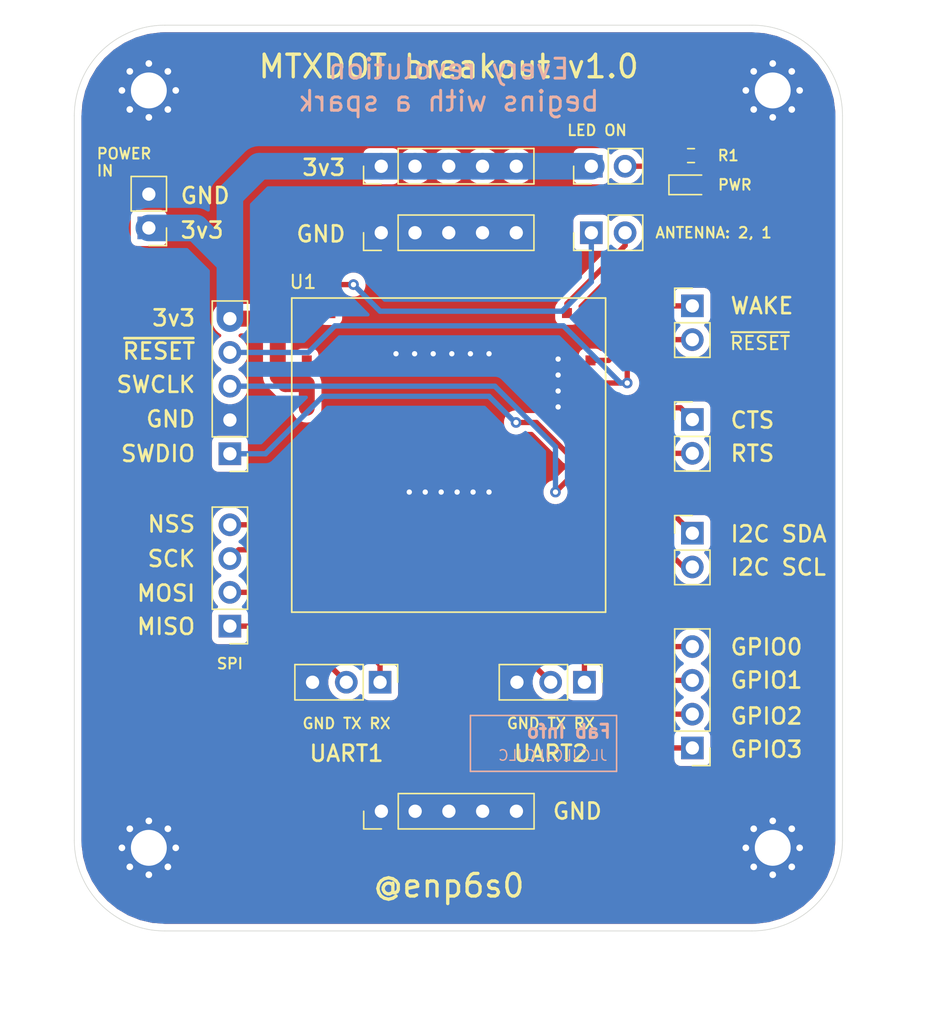
<source format=kicad_pcb>
(kicad_pcb (version 20171130) (host pcbnew 5.1.9+dfsg1-1)

  (general
    (thickness 1.6)
    (drawings 50)
    (tracks 133)
    (zones 0)
    (modules 21)
    (nets 27)
  )

  (page A4)
  (layers
    (0 F.Cu signal)
    (31 B.Cu signal)
    (32 B.Adhes user)
    (33 F.Adhes user)
    (34 B.Paste user)
    (35 F.Paste user)
    (36 B.SilkS user)
    (37 F.SilkS user)
    (38 B.Mask user)
    (39 F.Mask user)
    (40 Dwgs.User user)
    (41 Cmts.User user)
    (42 Eco1.User user)
    (43 Eco2.User user)
    (44 Edge.Cuts user)
    (45 Margin user)
    (46 B.CrtYd user)
    (47 F.CrtYd user)
    (48 B.Fab user)
    (49 F.Fab user)
  )

  (setup
    (last_trace_width 2)
    (user_trace_width 0.4)
    (user_trace_width 0.8)
    (user_trace_width 1.2)
    (user_trace_width 1.6)
    (user_trace_width 2)
    (trace_clearance 0.2)
    (zone_clearance 0.508)
    (zone_45_only no)
    (trace_min 0.2)
    (via_size 0.8)
    (via_drill 0.4)
    (via_min_size 0.4)
    (via_min_drill 0.3)
    (user_via 0.5 0.3)
    (uvia_size 0.3)
    (uvia_drill 0.1)
    (uvias_allowed no)
    (uvia_min_size 0.2)
    (uvia_min_drill 0.1)
    (edge_width 0.05)
    (segment_width 0.2)
    (pcb_text_width 0.3)
    (pcb_text_size 1.5 1.5)
    (mod_edge_width 0.12)
    (mod_text_size 1 1)
    (mod_text_width 0.15)
    (pad_size 1.524 1.524)
    (pad_drill 0.762)
    (pad_to_mask_clearance 0)
    (aux_axis_origin 0 0)
    (visible_elements FFFFFF7F)
    (pcbplotparams
      (layerselection 0x010fc_ffffffff)
      (usegerberextensions false)
      (usegerberattributes true)
      (usegerberadvancedattributes true)
      (creategerberjobfile true)
      (excludeedgelayer true)
      (linewidth 0.100000)
      (plotframeref false)
      (viasonmask false)
      (mode 1)
      (useauxorigin false)
      (hpglpennumber 1)
      (hpglpenspeed 20)
      (hpglpendiameter 15.000000)
      (psnegative false)
      (psa4output false)
      (plotreference true)
      (plotvalue true)
      (plotinvisibletext false)
      (padsonsilk false)
      (subtractmaskfromsilk false)
      (outputformat 1)
      (mirror false)
      (drillshape 0)
      (scaleselection 1)
      (outputdirectory "fab/"))
  )

  (net 0 "")
  (net 1 "Net-(D1-Pad2)")
  (net 2 GND)
  (net 3 /NRESET)
  (net 4 /WAKE)
  (net 5 /SPI_NSS)
  (net 6 /SPI_SCK)
  (net 7 /SPI_MOSI)
  (net 8 /SPI_MISO)
  (net 9 /I2C_SCL)
  (net 10 /I2C_SDA)
  (net 11 /ANT1)
  (net 12 /ANT2)
  (net 13 +3V3)
  (net 14 /UART_RTS)
  (net 15 /UART_CTS)
  (net 16 /GPIO0)
  (net 17 /GPIO1)
  (net 18 /GPIO2)
  (net 19 /GPIO3)
  (net 20 /SWCLK)
  (net 21 /SWDIO)
  (net 22 /UART1_TX)
  (net 23 /UART1_RX)
  (net 24 /UART2_TX)
  (net 25 /UART2_RX)
  (net 26 "Net-(JP1-Pad2)")

  (net_class Default "This is the default net class."
    (clearance 0.2)
    (trace_width 0.25)
    (via_dia 0.8)
    (via_drill 0.4)
    (uvia_dia 0.3)
    (uvia_drill 0.1)
    (add_net +3V3)
    (add_net /ANT1)
    (add_net /ANT2)
    (add_net /GPIO0)
    (add_net /GPIO1)
    (add_net /GPIO2)
    (add_net /GPIO3)
    (add_net /I2C_SCL)
    (add_net /I2C_SDA)
    (add_net /NRESET)
    (add_net /SPI_MISO)
    (add_net /SPI_MOSI)
    (add_net /SPI_NSS)
    (add_net /SPI_SCK)
    (add_net /SWCLK)
    (add_net /SWDIO)
    (add_net /UART1_RX)
    (add_net /UART1_TX)
    (add_net /UART2_RX)
    (add_net /UART2_TX)
    (add_net /UART_CTS)
    (add_net /UART_RTS)
    (add_net /WAKE)
    (add_net GND)
    (add_net "Net-(D1-Pad2)")
    (add_net "Net-(JP1-Pad2)")
  )

  (module MountingHole:MountingHole_2.7mm_M2.5_Pad_Via (layer F.Cu) (tedit 56DDBBFF) (tstamp 615BF04D)
    (at 172.35 124.15)
    (descr "Mounting Hole 2.7mm")
    (tags "mounting hole 2.7mm")
    (path /616208F9)
    (attr virtual)
    (fp_text reference H4 (at 0 -3.7) (layer F.SilkS) hide
      (effects (font (size 1 1) (thickness 0.15)))
    )
    (fp_text value MountingHole_Pad (at 0 3.7) (layer F.Fab)
      (effects (font (size 1 1) (thickness 0.15)))
    )
    (fp_text user %R (at 0.3 0) (layer F.Fab)
      (effects (font (size 1 1) (thickness 0.15)))
    )
    (fp_circle (center 0 0) (end 2.7 0) (layer Cmts.User) (width 0.15))
    (fp_circle (center 0 0) (end 2.95 0) (layer F.CrtYd) (width 0.05))
    (pad 1 thru_hole circle (at 1.431891 -1.431891) (size 0.8 0.8) (drill 0.5) (layers *.Cu *.Mask)
      (net 2 GND))
    (pad 1 thru_hole circle (at 0 -2.025) (size 0.8 0.8) (drill 0.5) (layers *.Cu *.Mask)
      (net 2 GND))
    (pad 1 thru_hole circle (at -1.431891 -1.431891) (size 0.8 0.8) (drill 0.5) (layers *.Cu *.Mask)
      (net 2 GND))
    (pad 1 thru_hole circle (at -2.025 0) (size 0.8 0.8) (drill 0.5) (layers *.Cu *.Mask)
      (net 2 GND))
    (pad 1 thru_hole circle (at -1.431891 1.431891) (size 0.8 0.8) (drill 0.5) (layers *.Cu *.Mask)
      (net 2 GND))
    (pad 1 thru_hole circle (at 0 2.025) (size 0.8 0.8) (drill 0.5) (layers *.Cu *.Mask)
      (net 2 GND))
    (pad 1 thru_hole circle (at 1.431891 1.431891) (size 0.8 0.8) (drill 0.5) (layers *.Cu *.Mask)
      (net 2 GND))
    (pad 1 thru_hole circle (at 2.025 0) (size 0.8 0.8) (drill 0.5) (layers *.Cu *.Mask)
      (net 2 GND))
    (pad 1 thru_hole circle (at 0 0) (size 5.4 5.4) (drill 2.7) (layers *.Cu *.Mask)
      (net 2 GND))
  )

  (module MountingHole:MountingHole_2.7mm_M2.5_Pad_Via (layer F.Cu) (tedit 56DDBBFF) (tstamp 615BF03D)
    (at 172.35 67.2)
    (descr "Mounting Hole 2.7mm")
    (tags "mounting hole 2.7mm")
    (path /616208ED)
    (attr virtual)
    (fp_text reference H3 (at 0 -3.7) (layer F.SilkS) hide
      (effects (font (size 1 1) (thickness 0.15)))
    )
    (fp_text value MountingHole_Pad (at 0 3.7) (layer F.Fab)
      (effects (font (size 1 1) (thickness 0.15)))
    )
    (fp_text user %R (at 0.3 0) (layer F.Fab)
      (effects (font (size 1 1) (thickness 0.15)))
    )
    (fp_circle (center 0 0) (end 2.7 0) (layer Cmts.User) (width 0.15))
    (fp_circle (center 0 0) (end 2.95 0) (layer F.CrtYd) (width 0.05))
    (pad 1 thru_hole circle (at 1.431891 -1.431891) (size 0.8 0.8) (drill 0.5) (layers *.Cu *.Mask)
      (net 2 GND))
    (pad 1 thru_hole circle (at 0 -2.025) (size 0.8 0.8) (drill 0.5) (layers *.Cu *.Mask)
      (net 2 GND))
    (pad 1 thru_hole circle (at -1.431891 -1.431891) (size 0.8 0.8) (drill 0.5) (layers *.Cu *.Mask)
      (net 2 GND))
    (pad 1 thru_hole circle (at -2.025 0) (size 0.8 0.8) (drill 0.5) (layers *.Cu *.Mask)
      (net 2 GND))
    (pad 1 thru_hole circle (at -1.431891 1.431891) (size 0.8 0.8) (drill 0.5) (layers *.Cu *.Mask)
      (net 2 GND))
    (pad 1 thru_hole circle (at 0 2.025) (size 0.8 0.8) (drill 0.5) (layers *.Cu *.Mask)
      (net 2 GND))
    (pad 1 thru_hole circle (at 1.431891 1.431891) (size 0.8 0.8) (drill 0.5) (layers *.Cu *.Mask)
      (net 2 GND))
    (pad 1 thru_hole circle (at 2.025 0) (size 0.8 0.8) (drill 0.5) (layers *.Cu *.Mask)
      (net 2 GND))
    (pad 1 thru_hole circle (at 0 0) (size 5.4 5.4) (drill 2.7) (layers *.Cu *.Mask)
      (net 2 GND))
  )

  (module MountingHole:MountingHole_2.7mm_M2.5_Pad_Via (layer F.Cu) (tedit 56DDBBFF) (tstamp 615BF02D)
    (at 125.4 124.15)
    (descr "Mounting Hole 2.7mm")
    (tags "mounting hole 2.7mm")
    (path /6161E643)
    (attr virtual)
    (fp_text reference H2 (at 0 -3.7) (layer F.SilkS) hide
      (effects (font (size 1 1) (thickness 0.15)))
    )
    (fp_text value MountingHole_Pad (at 0 3.7) (layer F.Fab)
      (effects (font (size 1 1) (thickness 0.15)))
    )
    (fp_text user %R (at 0.3 0) (layer F.Fab)
      (effects (font (size 1 1) (thickness 0.15)))
    )
    (fp_circle (center 0 0) (end 2.7 0) (layer Cmts.User) (width 0.15))
    (fp_circle (center 0 0) (end 2.95 0) (layer F.CrtYd) (width 0.05))
    (pad 1 thru_hole circle (at 1.431891 -1.431891) (size 0.8 0.8) (drill 0.5) (layers *.Cu *.Mask)
      (net 2 GND))
    (pad 1 thru_hole circle (at 0 -2.025) (size 0.8 0.8) (drill 0.5) (layers *.Cu *.Mask)
      (net 2 GND))
    (pad 1 thru_hole circle (at -1.431891 -1.431891) (size 0.8 0.8) (drill 0.5) (layers *.Cu *.Mask)
      (net 2 GND))
    (pad 1 thru_hole circle (at -2.025 0) (size 0.8 0.8) (drill 0.5) (layers *.Cu *.Mask)
      (net 2 GND))
    (pad 1 thru_hole circle (at -1.431891 1.431891) (size 0.8 0.8) (drill 0.5) (layers *.Cu *.Mask)
      (net 2 GND))
    (pad 1 thru_hole circle (at 0 2.025) (size 0.8 0.8) (drill 0.5) (layers *.Cu *.Mask)
      (net 2 GND))
    (pad 1 thru_hole circle (at 1.431891 1.431891) (size 0.8 0.8) (drill 0.5) (layers *.Cu *.Mask)
      (net 2 GND))
    (pad 1 thru_hole circle (at 2.025 0) (size 0.8 0.8) (drill 0.5) (layers *.Cu *.Mask)
      (net 2 GND))
    (pad 1 thru_hole circle (at 0 0) (size 5.4 5.4) (drill 2.7) (layers *.Cu *.Mask)
      (net 2 GND))
  )

  (module MountingHole:MountingHole_2.7mm_M2.5_Pad_Via (layer F.Cu) (tedit 56DDBBFF) (tstamp 615BF01D)
    (at 125.4 67.2)
    (descr "Mounting Hole 2.7mm")
    (tags "mounting hole 2.7mm")
    (path /6161B0B4)
    (attr virtual)
    (fp_text reference H1 (at 0 -3.7) (layer F.SilkS) hide
      (effects (font (size 1 1) (thickness 0.15)))
    )
    (fp_text value MountingHole_Pad (at 0 3.7) (layer F.Fab)
      (effects (font (size 1 1) (thickness 0.15)))
    )
    (fp_text user %R (at 0.3 0) (layer F.Fab)
      (effects (font (size 1 1) (thickness 0.15)))
    )
    (fp_circle (center 0 0) (end 2.7 0) (layer Cmts.User) (width 0.15))
    (fp_circle (center 0 0) (end 2.95 0) (layer F.CrtYd) (width 0.05))
    (pad 1 thru_hole circle (at 1.431891 -1.431891) (size 0.8 0.8) (drill 0.5) (layers *.Cu *.Mask)
      (net 2 GND))
    (pad 1 thru_hole circle (at 0 -2.025) (size 0.8 0.8) (drill 0.5) (layers *.Cu *.Mask)
      (net 2 GND))
    (pad 1 thru_hole circle (at -1.431891 -1.431891) (size 0.8 0.8) (drill 0.5) (layers *.Cu *.Mask)
      (net 2 GND))
    (pad 1 thru_hole circle (at -2.025 0) (size 0.8 0.8) (drill 0.5) (layers *.Cu *.Mask)
      (net 2 GND))
    (pad 1 thru_hole circle (at -1.431891 1.431891) (size 0.8 0.8) (drill 0.5) (layers *.Cu *.Mask)
      (net 2 GND))
    (pad 1 thru_hole circle (at 0 2.025) (size 0.8 0.8) (drill 0.5) (layers *.Cu *.Mask)
      (net 2 GND))
    (pad 1 thru_hole circle (at 1.431891 1.431891) (size 0.8 0.8) (drill 0.5) (layers *.Cu *.Mask)
      (net 2 GND))
    (pad 1 thru_hole circle (at 2.025 0) (size 0.8 0.8) (drill 0.5) (layers *.Cu *.Mask)
      (net 2 GND))
    (pad 1 thru_hole circle (at 0 0) (size 5.4 5.4) (drill 2.7) (layers *.Cu *.Mask)
      (net 2 GND))
  )

  (module Connector_PinHeader_2.54mm:PinHeader_1x02_P2.54mm_Vertical (layer F.Cu) (tedit 59FED5CC) (tstamp 615BC60D)
    (at 125.4 77.54 180)
    (descr "Through hole straight pin header, 1x02, 2.54mm pitch, single row")
    (tags "Through hole pin header THT 1x02 2.54mm single row")
    (path /6160600C)
    (fp_text reference J13 (at 0 -2.33) (layer F.SilkS) hide
      (effects (font (size 1 1) (thickness 0.15)))
    )
    (fp_text value POWER_IN (at 0 4.87) (layer F.Fab)
      (effects (font (size 1 1) (thickness 0.15)))
    )
    (fp_text user %R (at 0 1.27 90) (layer F.Fab)
      (effects (font (size 1 1) (thickness 0.15)))
    )
    (fp_line (start -0.635 -1.27) (end 1.27 -1.27) (layer F.Fab) (width 0.1))
    (fp_line (start 1.27 -1.27) (end 1.27 3.81) (layer F.Fab) (width 0.1))
    (fp_line (start 1.27 3.81) (end -1.27 3.81) (layer F.Fab) (width 0.1))
    (fp_line (start -1.27 3.81) (end -1.27 -0.635) (layer F.Fab) (width 0.1))
    (fp_line (start -1.27 -0.635) (end -0.635 -1.27) (layer F.Fab) (width 0.1))
    (fp_line (start -1.33 3.87) (end 1.33 3.87) (layer F.SilkS) (width 0.12))
    (fp_line (start -1.33 1.27) (end -1.33 3.87) (layer F.SilkS) (width 0.12))
    (fp_line (start 1.33 1.27) (end 1.33 3.87) (layer F.SilkS) (width 0.12))
    (fp_line (start -1.33 1.27) (end 1.33 1.27) (layer F.SilkS) (width 0.12))
    (fp_line (start -1.33 0) (end -1.33 -1.33) (layer F.SilkS) (width 0.12))
    (fp_line (start -1.33 -1.33) (end 0 -1.33) (layer F.SilkS) (width 0.12))
    (fp_line (start -1.8 -1.8) (end -1.8 4.35) (layer F.CrtYd) (width 0.05))
    (fp_line (start -1.8 4.35) (end 1.8 4.35) (layer F.CrtYd) (width 0.05))
    (fp_line (start 1.8 4.35) (end 1.8 -1.8) (layer F.CrtYd) (width 0.05))
    (fp_line (start 1.8 -1.8) (end -1.8 -1.8) (layer F.CrtYd) (width 0.05))
    (pad 2 thru_hole oval (at 0 2.54 180) (size 1.7 1.7) (drill 1) (layers *.Cu *.Mask)
      (net 2 GND))
    (pad 1 thru_hole rect (at 0 0 180) (size 1.7 1.7) (drill 1) (layers *.Cu *.Mask)
      (net 13 +3V3))
    (model ${KISYS3DMOD}/Connector_PinHeader_2.54mm.3dshapes/PinHeader_1x02_P2.54mm_Vertical.wrl
      (at (xyz 0 0 0))
      (scale (xyz 1 1 1))
      (rotate (xyz 0 0 0))
    )
  )

  (module A_PROJECT:XCVR_MTXDOT-NA1-A00-1 (layer F.Cu) (tedit 615B5A16) (tstamp 615BBEF7)
    (at 147.965 94.62)
    (path /615B62BC)
    (fp_text reference U1 (at -10.965 -13.02) (layer F.SilkS)
      (effects (font (size 1.001591 1.001591) (thickness 0.15)))
    )
    (fp_text value MTXDOT-NA1-A00-1 (at 1.338025 12.793675) (layer F.Fab)
      (effects (font (size 1.002244 1.002244) (thickness 0.15)))
    )
    (fp_line (start -11.81 -11.81) (end 11.81 -11.81) (layer F.Fab) (width 0.127))
    (fp_line (start 11.81 -11.81) (end 11.81 11.81) (layer F.Fab) (width 0.127))
    (fp_line (start 11.81 11.81) (end -11.81 11.81) (layer F.Fab) (width 0.127))
    (fp_line (start -11.81 11.81) (end -11.81 -11.81) (layer F.Fab) (width 0.127))
    (fp_line (start -11.81 -11.81) (end 11.81 -11.81) (layer F.SilkS) (width 0.127))
    (fp_line (start 11.81 -11.81) (end 11.81 11.81) (layer F.SilkS) (width 0.127))
    (fp_line (start 11.81 11.81) (end -11.81 11.81) (layer F.SilkS) (width 0.127))
    (fp_line (start -11.81 11.81) (end -11.81 -11.81) (layer F.SilkS) (width 0.127))
    (fp_line (start -12.06 -12.06) (end 12.06 -12.06) (layer F.CrtYd) (width 0.05))
    (fp_line (start 12.06 -12.06) (end 12.06 12.06) (layer F.CrtYd) (width 0.05))
    (fp_line (start 12.06 12.06) (end -12.06 12.06) (layer F.CrtYd) (width 0.05))
    (fp_line (start -12.06 12.06) (end -12.06 -12.06) (layer F.CrtYd) (width 0.05))
    (pad 1 smd rect (at -10.68 -9.79) (size 0.99 2.51) (layers F.Cu F.Paste F.Mask)
      (net 2 GND))
    (pad 11 smd rect (at -10.67 8.9) (size 0.75 0.75) (layers F.Cu F.Paste F.Mask)
      (net 7 /SPI_MOSI))
    (pad 10 smd rect (at -10.67 7.12) (size 0.75 0.75) (layers F.Cu F.Paste F.Mask)
      (net 6 /SPI_SCK))
    (pad 9 smd rect (at -10.67 5.34) (size 0.75 0.75) (layers F.Cu F.Paste F.Mask)
      (net 5 /SPI_NSS))
    (pad 8 smd rect (at -10.67 3.56) (size 0.75 0.75) (layers F.Cu F.Paste F.Mask))
    (pad 7 smd rect (at -10.67 1.78) (size 0.75 0.75) (layers F.Cu F.Paste F.Mask))
    (pad 5 smd rect (at -10.68 -1.78) (size 0.75 0.75) (layers F.Cu F.Paste F.Mask)
      (net 2 GND))
    (pad 4 smd rect (at -10.68 -3.56) (size 0.75 0.75) (layers F.Cu F.Paste F.Mask)
      (net 13 +3V3))
    (pad 3 smd rect (at -10.68 -5.34) (size 0.75 0.75) (layers F.Cu F.Paste F.Mask)
      (net 13 +3V3))
    (pad 2 smd rect (at -10.68 -7.12) (size 0.75 0.75) (layers F.Cu F.Paste F.Mask))
    (pad 47 smd rect (at -8.9 -10.67) (size 0.75 0.75) (layers F.Cu F.Paste F.Mask)
      (net 12 /ANT2))
    (pad 46 smd rect (at -7.12 -10.67) (size 0.75 0.75) (layers F.Cu F.Paste F.Mask)
      (net 2 GND))
    (pad 45 smd rect (at -5.34 -10.67) (size 0.75 0.75) (layers F.Cu F.Paste F.Mask)
      (net 2 GND))
    (pad 44 smd rect (at -3.56 -10.67) (size 0.75 0.75) (layers F.Cu F.Paste F.Mask)
      (net 2 GND))
    (pad 43 smd rect (at -1.78 -10.67) (size 0.75 0.75) (layers F.Cu F.Paste F.Mask)
      (net 2 GND))
    (pad 41 smd rect (at 1.78 -10.68) (size 0.75 0.75) (layers F.Cu F.Paste F.Mask)
      (net 2 GND))
    (pad 40 smd rect (at 3.56 -10.68) (size 0.75 0.75) (layers F.Cu F.Paste F.Mask)
      (net 2 GND))
    (pad 39 smd rect (at 5.34 -10.68) (size 0.75 0.75) (layers F.Cu F.Paste F.Mask)
      (net 2 GND))
    (pad 38 smd rect (at 7.12 -10.68) (size 0.75 0.75) (layers F.Cu F.Paste F.Mask)
      (net 2 GND))
    (pad 37 smd rect (at 8.9 -10.68) (size 0.75 0.75) (layers F.Cu F.Paste F.Mask)
      (net 11 /ANT1))
    (pad 36 smd rect (at 10.67 -10.68) (size 0.75 0.75) (layers F.Cu F.Paste F.Mask)
      (net 2 GND))
    (pad 35 smd rect (at 10.67 -8.9) (size 0.75 0.75) (layers F.Cu F.Paste F.Mask)
      (net 2 GND))
    (pad 34 smd rect (at 10.67 -7.12) (size 0.75 0.75) (layers F.Cu F.Paste F.Mask)
      (net 4 /WAKE))
    (pad 33 smd rect (at 10.67 -5.34) (size 0.75 0.75) (layers F.Cu F.Paste F.Mask)
      (net 3 /NRESET))
    (pad 32 smd rect (at 10.67 -3.56) (size 0.75 0.75) (layers F.Cu F.Paste F.Mask)
      (net 15 /UART_CTS))
    (pad 31 smd rect (at 10.67 -1.78) (size 0.75 0.75) (layers F.Cu F.Paste F.Mask)
      (net 14 /UART_RTS))
    (pad 29 smd rect (at 10.68 1.78) (size 0.75 0.75) (layers F.Cu F.Paste F.Mask)
      (net 20 /SWCLK))
    (pad 28 smd rect (at 10.68 3.56) (size 0.75 0.75) (layers F.Cu F.Paste F.Mask)
      (net 10 /I2C_SDA))
    (pad 27 smd rect (at 10.68 5.33) (size 0.75 0.75) (layers F.Cu F.Paste F.Mask)
      (net 9 /I2C_SCL))
    (pad 26 smd rect (at 10.68 7.12) (size 0.75 0.75) (layers F.Cu F.Paste F.Mask)
      (net 16 /GPIO0))
    (pad 25 smd rect (at 10.68 8.9) (size 0.75 0.75) (layers F.Cu F.Paste F.Mask)
      (net 17 /GPIO1))
    (pad 24 smd rect (at 10.68 10.67) (size 0.75 0.75) (layers F.Cu F.Paste F.Mask)
      (net 18 /GPIO2))
    (pad 23 smd rect (at 8.9 10.67) (size 0.75 0.75) (layers F.Cu F.Paste F.Mask)
      (net 19 /GPIO3))
    (pad 22 smd rect (at 7.12 10.67) (size 0.75 0.75) (layers F.Cu F.Paste F.Mask))
    (pad 21 smd rect (at 5.34 10.67) (size 0.75 0.75) (layers F.Cu F.Paste F.Mask))
    (pad 20 smd rect (at 3.56 10.67) (size 0.75 0.75) (layers F.Cu F.Paste F.Mask)
      (net 2 GND))
    (pad 19 smd rect (at 1.78 10.67) (size 0.75 0.75) (layers F.Cu F.Paste F.Mask))
    (pad 12 smd rect (at -10.68 10.67) (size 0.75 0.75) (layers F.Cu F.Paste F.Mask)
      (net 8 /SPI_MISO))
    (pad 13 smd rect (at -8.9 10.67) (size 0.75 0.75) (layers F.Cu F.Paste F.Mask)
      (net 22 /UART1_TX))
    (pad 14 smd rect (at -7.12 10.67) (size 0.75 0.75) (layers F.Cu F.Paste F.Mask)
      (net 23 /UART1_RX))
    (pad 15 smd rect (at -5.34 10.67) (size 0.75 0.75) (layers F.Cu F.Paste F.Mask)
      (net 24 /UART2_TX))
    (pad 16 smd rect (at -3.56 10.67) (size 0.75 0.75) (layers F.Cu F.Paste F.Mask)
      (net 25 /UART2_RX))
    (pad 17 smd rect (at -1.78 10.67) (size 0.75 0.75) (layers F.Cu F.Paste F.Mask)
      (net 2 GND))
    (pad 18 smd rect (at 0 10.67) (size 0.75 0.75) (layers F.Cu F.Paste F.Mask))
    (pad 30 smd rect (at 10.67 0) (size 0.75 0.75) (layers F.Cu F.Paste F.Mask)
      (net 21 /SWDIO))
    (pad 6 smd rect (at -10.67 0) (size 0.75 0.75) (layers F.Cu F.Paste F.Mask))
    (pad 42 smd rect (at 0 -10.67) (size 0.75 0.75) (layers F.Cu F.Paste F.Mask)
      (net 2 GND))
    (pad 48 smd rect (at 7.11 -8.89) (size 0.75 0.75) (layers F.Cu F.Paste F.Mask)
      (net 2 GND))
    (pad 49 smd rect (at -7.11 -8.89) (size 0.75 0.75) (layers F.Cu F.Paste F.Mask)
      (net 2 GND))
    (pad 52 smd rect (at 5.33 -5.33) (size 0.75 0.75) (layers F.Cu F.Paste F.Mask)
      (net 2 GND))
    (pad 55 smd rect (at 5.33 0) (size 0.75 0.75) (layers F.Cu F.Paste F.Mask)
      (net 2 GND))
    (pad 58 smd rect (at 5.33 5.33) (size 0.75 0.75) (layers F.Cu F.Paste F.Mask)
      (net 2 GND))
    (pad 57 smd rect (at 0 5.33) (size 0.75 0.75) (layers F.Cu F.Paste F.Mask)
      (net 2 GND))
    (pad 56 smd rect (at -5.33 5.33) (size 0.75 0.75) (layers F.Cu F.Paste F.Mask)
      (net 2 GND))
    (pad 53 smd rect (at -5.33 0) (size 0.75 0.75) (layers F.Cu F.Paste F.Mask)
      (net 2 GND))
    (pad 50 smd rect (at -5.33 -5.33) (size 0.75 0.75) (layers F.Cu F.Paste F.Mask)
      (net 2 GND))
    (pad 51 smd rect (at 0 -5.33) (size 0.75 0.75) (layers F.Cu F.Paste F.Mask)
      (net 2 GND))
    (pad 54 smd rect (at 0 0) (size 0.75 0.75) (layers F.Cu F.Paste F.Mask)
      (net 2 GND))
  )

  (module Resistor_SMD:R_0603_1608Metric_Pad0.98x0.95mm_HandSolder (layer F.Cu) (tedit 5F68FEEE) (tstamp 615BBEAD)
    (at 166.2 72.1 180)
    (descr "Resistor SMD 0603 (1608 Metric), square (rectangular) end terminal, IPC_7351 nominal with elongated pad for handsoldering. (Body size source: IPC-SM-782 page 72, https://www.pcb-3d.com/wordpress/wp-content/uploads/ipc-sm-782a_amendment_1_and_2.pdf), generated with kicad-footprint-generator")
    (tags "resistor handsolder")
    (path /615D05AB)
    (attr smd)
    (fp_text reference R1 (at -2.8 0) (layer F.SilkS)
      (effects (font (size 0.8 0.8) (thickness 0.15)))
    )
    (fp_text value 1K (at 0 1.43) (layer F.Fab)
      (effects (font (size 1 1) (thickness 0.15)))
    )
    (fp_text user %R (at 0 0) (layer F.Fab)
      (effects (font (size 0.4 0.4) (thickness 0.06)))
    )
    (fp_line (start -0.8 0.4125) (end -0.8 -0.4125) (layer F.Fab) (width 0.1))
    (fp_line (start -0.8 -0.4125) (end 0.8 -0.4125) (layer F.Fab) (width 0.1))
    (fp_line (start 0.8 -0.4125) (end 0.8 0.4125) (layer F.Fab) (width 0.1))
    (fp_line (start 0.8 0.4125) (end -0.8 0.4125) (layer F.Fab) (width 0.1))
    (fp_line (start -0.254724 -0.5225) (end 0.254724 -0.5225) (layer F.SilkS) (width 0.12))
    (fp_line (start -0.254724 0.5225) (end 0.254724 0.5225) (layer F.SilkS) (width 0.12))
    (fp_line (start -1.65 0.73) (end -1.65 -0.73) (layer F.CrtYd) (width 0.05))
    (fp_line (start -1.65 -0.73) (end 1.65 -0.73) (layer F.CrtYd) (width 0.05))
    (fp_line (start 1.65 -0.73) (end 1.65 0.73) (layer F.CrtYd) (width 0.05))
    (fp_line (start 1.65 0.73) (end -1.65 0.73) (layer F.CrtYd) (width 0.05))
    (pad 2 smd roundrect (at 0.9125 0 180) (size 0.975 0.95) (layers F.Cu F.Paste F.Mask) (roundrect_rratio 0.25)
      (net 26 "Net-(JP1-Pad2)"))
    (pad 1 smd roundrect (at -0.9125 0 180) (size 0.975 0.95) (layers F.Cu F.Paste F.Mask) (roundrect_rratio 0.25)
      (net 1 "Net-(D1-Pad2)"))
    (model ${KISYS3DMOD}/Resistor_SMD.3dshapes/R_0603_1608Metric.wrl
      (at (xyz 0 0 0))
      (scale (xyz 1 1 1))
      (rotate (xyz 0 0 0))
    )
  )

  (module Connector_PinHeader_2.54mm:PinHeader_1x02_P2.54mm_Vertical (layer F.Cu) (tedit 59FED5CC) (tstamp 615BBE9C)
    (at 158.7 72.9 90)
    (descr "Through hole straight pin header, 1x02, 2.54mm pitch, single row")
    (tags "Through hole pin header THT 1x02 2.54mm single row")
    (path /6165ED4D)
    (fp_text reference JP1 (at 0 -2.33 90) (layer F.SilkS) hide
      (effects (font (size 1 1) (thickness 0.15)))
    )
    (fp_text value LED_ENABLE (at 0 4.87 90) (layer F.Fab)
      (effects (font (size 1 1) (thickness 0.15)))
    )
    (fp_text user %R (at 0 1.27) (layer F.Fab)
      (effects (font (size 1 1) (thickness 0.15)))
    )
    (fp_line (start -0.635 -1.27) (end 1.27 -1.27) (layer F.Fab) (width 0.1))
    (fp_line (start 1.27 -1.27) (end 1.27 3.81) (layer F.Fab) (width 0.1))
    (fp_line (start 1.27 3.81) (end -1.27 3.81) (layer F.Fab) (width 0.1))
    (fp_line (start -1.27 3.81) (end -1.27 -0.635) (layer F.Fab) (width 0.1))
    (fp_line (start -1.27 -0.635) (end -0.635 -1.27) (layer F.Fab) (width 0.1))
    (fp_line (start -1.33 3.87) (end 1.33 3.87) (layer F.SilkS) (width 0.12))
    (fp_line (start -1.33 1.27) (end -1.33 3.87) (layer F.SilkS) (width 0.12))
    (fp_line (start 1.33 1.27) (end 1.33 3.87) (layer F.SilkS) (width 0.12))
    (fp_line (start -1.33 1.27) (end 1.33 1.27) (layer F.SilkS) (width 0.12))
    (fp_line (start -1.33 0) (end -1.33 -1.33) (layer F.SilkS) (width 0.12))
    (fp_line (start -1.33 -1.33) (end 0 -1.33) (layer F.SilkS) (width 0.12))
    (fp_line (start -1.8 -1.8) (end -1.8 4.35) (layer F.CrtYd) (width 0.05))
    (fp_line (start -1.8 4.35) (end 1.8 4.35) (layer F.CrtYd) (width 0.05))
    (fp_line (start 1.8 4.35) (end 1.8 -1.8) (layer F.CrtYd) (width 0.05))
    (fp_line (start 1.8 -1.8) (end -1.8 -1.8) (layer F.CrtYd) (width 0.05))
    (pad 2 thru_hole oval (at 0 2.54 90) (size 1.7 1.7) (drill 1) (layers *.Cu *.Mask)
      (net 26 "Net-(JP1-Pad2)"))
    (pad 1 thru_hole rect (at 0 0 90) (size 1.7 1.7) (drill 1) (layers *.Cu *.Mask)
      (net 13 +3V3))
    (model ${KISYS3DMOD}/Connector_PinHeader_2.54mm.3dshapes/PinHeader_1x02_P2.54mm_Vertical.wrl
      (at (xyz 0 0 0))
      (scale (xyz 1 1 1))
      (rotate (xyz 0 0 0))
    )
  )

  (module Connector_PinHeader_2.54mm:PinHeader_1x03_P2.54mm_Vertical (layer F.Cu) (tedit 59FED5CC) (tstamp 615BBE86)
    (at 158.18 111.7 270)
    (descr "Through hole straight pin header, 1x03, 2.54mm pitch, single row")
    (tags "Through hole pin header THT 1x03 2.54mm single row")
    (path /6163B065)
    (fp_text reference J12 (at 0 -2.33 90) (layer F.SilkS) hide
      (effects (font (size 1 1) (thickness 0.15)))
    )
    (fp_text value UART2 (at 0 7.41 90) (layer F.Fab)
      (effects (font (size 1 1) (thickness 0.15)))
    )
    (fp_text user %R (at 0 2.54) (layer F.Fab)
      (effects (font (size 1 1) (thickness 0.15)))
    )
    (fp_line (start -0.635 -1.27) (end 1.27 -1.27) (layer F.Fab) (width 0.1))
    (fp_line (start 1.27 -1.27) (end 1.27 6.35) (layer F.Fab) (width 0.1))
    (fp_line (start 1.27 6.35) (end -1.27 6.35) (layer F.Fab) (width 0.1))
    (fp_line (start -1.27 6.35) (end -1.27 -0.635) (layer F.Fab) (width 0.1))
    (fp_line (start -1.27 -0.635) (end -0.635 -1.27) (layer F.Fab) (width 0.1))
    (fp_line (start -1.33 6.41) (end 1.33 6.41) (layer F.SilkS) (width 0.12))
    (fp_line (start -1.33 1.27) (end -1.33 6.41) (layer F.SilkS) (width 0.12))
    (fp_line (start 1.33 1.27) (end 1.33 6.41) (layer F.SilkS) (width 0.12))
    (fp_line (start -1.33 1.27) (end 1.33 1.27) (layer F.SilkS) (width 0.12))
    (fp_line (start -1.33 0) (end -1.33 -1.33) (layer F.SilkS) (width 0.12))
    (fp_line (start -1.33 -1.33) (end 0 -1.33) (layer F.SilkS) (width 0.12))
    (fp_line (start -1.8 -1.8) (end -1.8 6.85) (layer F.CrtYd) (width 0.05))
    (fp_line (start -1.8 6.85) (end 1.8 6.85) (layer F.CrtYd) (width 0.05))
    (fp_line (start 1.8 6.85) (end 1.8 -1.8) (layer F.CrtYd) (width 0.05))
    (fp_line (start 1.8 -1.8) (end -1.8 -1.8) (layer F.CrtYd) (width 0.05))
    (pad 3 thru_hole oval (at 0 5.08 270) (size 1.7 1.7) (drill 1) (layers *.Cu *.Mask)
      (net 2 GND))
    (pad 2 thru_hole oval (at 0 2.54 270) (size 1.7 1.7) (drill 1) (layers *.Cu *.Mask)
      (net 24 /UART2_TX))
    (pad 1 thru_hole rect (at 0 0 270) (size 1.7 1.7) (drill 1) (layers *.Cu *.Mask)
      (net 25 /UART2_RX))
    (model ${KISYS3DMOD}/Connector_PinHeader_2.54mm.3dshapes/PinHeader_1x03_P2.54mm_Vertical.wrl
      (at (xyz 0 0 0))
      (scale (xyz 1 1 1))
      (rotate (xyz 0 0 0))
    )
  )

  (module Connector_PinHeader_2.54mm:PinHeader_1x03_P2.54mm_Vertical (layer F.Cu) (tedit 59FED5CC) (tstamp 615BBE6F)
    (at 142.8 111.7 270)
    (descr "Through hole straight pin header, 1x03, 2.54mm pitch, single row")
    (tags "Through hole pin header THT 1x03 2.54mm single row")
    (path /616204EB)
    (fp_text reference J11 (at 0 -2.33 90) (layer F.SilkS) hide
      (effects (font (size 1 1) (thickness 0.15)))
    )
    (fp_text value UART1 (at 0 7.41 90) (layer F.Fab)
      (effects (font (size 1 1) (thickness 0.15)))
    )
    (fp_text user %R (at 0 2.54) (layer F.Fab)
      (effects (font (size 1 1) (thickness 0.15)))
    )
    (fp_line (start -0.635 -1.27) (end 1.27 -1.27) (layer F.Fab) (width 0.1))
    (fp_line (start 1.27 -1.27) (end 1.27 6.35) (layer F.Fab) (width 0.1))
    (fp_line (start 1.27 6.35) (end -1.27 6.35) (layer F.Fab) (width 0.1))
    (fp_line (start -1.27 6.35) (end -1.27 -0.635) (layer F.Fab) (width 0.1))
    (fp_line (start -1.27 -0.635) (end -0.635 -1.27) (layer F.Fab) (width 0.1))
    (fp_line (start -1.33 6.41) (end 1.33 6.41) (layer F.SilkS) (width 0.12))
    (fp_line (start -1.33 1.27) (end -1.33 6.41) (layer F.SilkS) (width 0.12))
    (fp_line (start 1.33 1.27) (end 1.33 6.41) (layer F.SilkS) (width 0.12))
    (fp_line (start -1.33 1.27) (end 1.33 1.27) (layer F.SilkS) (width 0.12))
    (fp_line (start -1.33 0) (end -1.33 -1.33) (layer F.SilkS) (width 0.12))
    (fp_line (start -1.33 -1.33) (end 0 -1.33) (layer F.SilkS) (width 0.12))
    (fp_line (start -1.8 -1.8) (end -1.8 6.85) (layer F.CrtYd) (width 0.05))
    (fp_line (start -1.8 6.85) (end 1.8 6.85) (layer F.CrtYd) (width 0.05))
    (fp_line (start 1.8 6.85) (end 1.8 -1.8) (layer F.CrtYd) (width 0.05))
    (fp_line (start 1.8 -1.8) (end -1.8 -1.8) (layer F.CrtYd) (width 0.05))
    (pad 3 thru_hole oval (at 0 5.08 270) (size 1.7 1.7) (drill 1) (layers *.Cu *.Mask)
      (net 2 GND))
    (pad 2 thru_hole oval (at 0 2.54 270) (size 1.7 1.7) (drill 1) (layers *.Cu *.Mask)
      (net 22 /UART1_TX))
    (pad 1 thru_hole rect (at 0 0 270) (size 1.7 1.7) (drill 1) (layers *.Cu *.Mask)
      (net 23 /UART1_RX))
    (model ${KISYS3DMOD}/Connector_PinHeader_2.54mm.3dshapes/PinHeader_1x03_P2.54mm_Vertical.wrl
      (at (xyz 0 0 0))
      (scale (xyz 1 1 1))
      (rotate (xyz 0 0 0))
    )
  )

  (module Connector_PinHeader_2.54mm:PinHeader_1x05_P2.54mm_Vertical (layer F.Cu) (tedit 59FED5CC) (tstamp 615BBE58)
    (at 131.5 94.52 180)
    (descr "Through hole straight pin header, 1x05, 2.54mm pitch, single row")
    (tags "Through hole pin header THT 1x05 2.54mm single row")
    (path /615C4A86)
    (fp_text reference J10 (at 0 -2.33) (layer F.SilkS) hide
      (effects (font (size 1 1) (thickness 0.15)))
    )
    (fp_text value MCU_PROGRAMMING (at 0 12.49) (layer F.Fab)
      (effects (font (size 1 1) (thickness 0.15)))
    )
    (fp_text user %R (at 0 5.08 90) (layer F.Fab)
      (effects (font (size 1 1) (thickness 0.15)))
    )
    (fp_line (start -0.635 -1.27) (end 1.27 -1.27) (layer F.Fab) (width 0.1))
    (fp_line (start 1.27 -1.27) (end 1.27 11.43) (layer F.Fab) (width 0.1))
    (fp_line (start 1.27 11.43) (end -1.27 11.43) (layer F.Fab) (width 0.1))
    (fp_line (start -1.27 11.43) (end -1.27 -0.635) (layer F.Fab) (width 0.1))
    (fp_line (start -1.27 -0.635) (end -0.635 -1.27) (layer F.Fab) (width 0.1))
    (fp_line (start -1.33 11.49) (end 1.33 11.49) (layer F.SilkS) (width 0.12))
    (fp_line (start -1.33 1.27) (end -1.33 11.49) (layer F.SilkS) (width 0.12))
    (fp_line (start 1.33 1.27) (end 1.33 11.49) (layer F.SilkS) (width 0.12))
    (fp_line (start -1.33 1.27) (end 1.33 1.27) (layer F.SilkS) (width 0.12))
    (fp_line (start -1.33 0) (end -1.33 -1.33) (layer F.SilkS) (width 0.12))
    (fp_line (start -1.33 -1.33) (end 0 -1.33) (layer F.SilkS) (width 0.12))
    (fp_line (start -1.8 -1.8) (end -1.8 11.95) (layer F.CrtYd) (width 0.05))
    (fp_line (start -1.8 11.95) (end 1.8 11.95) (layer F.CrtYd) (width 0.05))
    (fp_line (start 1.8 11.95) (end 1.8 -1.8) (layer F.CrtYd) (width 0.05))
    (fp_line (start 1.8 -1.8) (end -1.8 -1.8) (layer F.CrtYd) (width 0.05))
    (pad 5 thru_hole oval (at 0 10.16 180) (size 1.7 1.7) (drill 1) (layers *.Cu *.Mask)
      (net 13 +3V3))
    (pad 4 thru_hole oval (at 0 7.62 180) (size 1.7 1.7) (drill 1) (layers *.Cu *.Mask)
      (net 3 /NRESET))
    (pad 3 thru_hole oval (at 0 5.08 180) (size 1.7 1.7) (drill 1) (layers *.Cu *.Mask)
      (net 20 /SWCLK))
    (pad 2 thru_hole oval (at 0 2.54 180) (size 1.7 1.7) (drill 1) (layers *.Cu *.Mask)
      (net 2 GND))
    (pad 1 thru_hole rect (at 0 0 180) (size 1.7 1.7) (drill 1) (layers *.Cu *.Mask)
      (net 21 /SWDIO))
    (model ${KISYS3DMOD}/Connector_PinHeader_2.54mm.3dshapes/PinHeader_1x05_P2.54mm_Vertical.wrl
      (at (xyz 0 0 0))
      (scale (xyz 1 1 1))
      (rotate (xyz 0 0 0))
    )
  )

  (module Connector_PinHeader_2.54mm:PinHeader_1x04_P2.54mm_Vertical (layer F.Cu) (tedit 59FED5CC) (tstamp 615BBE3F)
    (at 166.3 116.64 180)
    (descr "Through hole straight pin header, 1x04, 2.54mm pitch, single row")
    (tags "Through hole pin header THT 1x04 2.54mm single row")
    (path /615F67AC)
    (fp_text reference J9 (at 0 -2.33) (layer F.SilkS) hide
      (effects (font (size 1 1) (thickness 0.15)))
    )
    (fp_text value GPIO (at 0 9.95) (layer F.Fab)
      (effects (font (size 1 1) (thickness 0.15)))
    )
    (fp_text user %R (at 0 3.81 90) (layer F.Fab)
      (effects (font (size 1 1) (thickness 0.15)))
    )
    (fp_line (start -0.635 -1.27) (end 1.27 -1.27) (layer F.Fab) (width 0.1))
    (fp_line (start 1.27 -1.27) (end 1.27 8.89) (layer F.Fab) (width 0.1))
    (fp_line (start 1.27 8.89) (end -1.27 8.89) (layer F.Fab) (width 0.1))
    (fp_line (start -1.27 8.89) (end -1.27 -0.635) (layer F.Fab) (width 0.1))
    (fp_line (start -1.27 -0.635) (end -0.635 -1.27) (layer F.Fab) (width 0.1))
    (fp_line (start -1.33 8.95) (end 1.33 8.95) (layer F.SilkS) (width 0.12))
    (fp_line (start -1.33 1.27) (end -1.33 8.95) (layer F.SilkS) (width 0.12))
    (fp_line (start 1.33 1.27) (end 1.33 8.95) (layer F.SilkS) (width 0.12))
    (fp_line (start -1.33 1.27) (end 1.33 1.27) (layer F.SilkS) (width 0.12))
    (fp_line (start -1.33 0) (end -1.33 -1.33) (layer F.SilkS) (width 0.12))
    (fp_line (start -1.33 -1.33) (end 0 -1.33) (layer F.SilkS) (width 0.12))
    (fp_line (start -1.8 -1.8) (end -1.8 9.4) (layer F.CrtYd) (width 0.05))
    (fp_line (start -1.8 9.4) (end 1.8 9.4) (layer F.CrtYd) (width 0.05))
    (fp_line (start 1.8 9.4) (end 1.8 -1.8) (layer F.CrtYd) (width 0.05))
    (fp_line (start 1.8 -1.8) (end -1.8 -1.8) (layer F.CrtYd) (width 0.05))
    (pad 4 thru_hole oval (at 0 7.62 180) (size 1.7 1.7) (drill 1) (layers *.Cu *.Mask)
      (net 16 /GPIO0))
    (pad 3 thru_hole oval (at 0 5.08 180) (size 1.7 1.7) (drill 1) (layers *.Cu *.Mask)
      (net 17 /GPIO1))
    (pad 2 thru_hole oval (at 0 2.54 180) (size 1.7 1.7) (drill 1) (layers *.Cu *.Mask)
      (net 18 /GPIO2))
    (pad 1 thru_hole rect (at 0 0 180) (size 1.7 1.7) (drill 1) (layers *.Cu *.Mask)
      (net 19 /GPIO3))
    (model ${KISYS3DMOD}/Connector_PinHeader_2.54mm.3dshapes/PinHeader_1x04_P2.54mm_Vertical.wrl
      (at (xyz 0 0 0))
      (scale (xyz 1 1 1))
      (rotate (xyz 0 0 0))
    )
  )

  (module Connector_PinHeader_2.54mm:PinHeader_1x02_P2.54mm_Vertical (layer F.Cu) (tedit 59FED5CC) (tstamp 615BBE27)
    (at 166.3 91.946666)
    (descr "Through hole straight pin header, 1x02, 2.54mm pitch, single row")
    (tags "Through hole pin header THT 1x02 2.54mm single row")
    (path /615F2E93)
    (fp_text reference J8 (at 0 -2.33) (layer F.SilkS) hide
      (effects (font (size 1 1) (thickness 0.15)))
    )
    (fp_text value UART_CRTS (at 0 4.87) (layer F.Fab)
      (effects (font (size 1 1) (thickness 0.15)))
    )
    (fp_text user %R (at 0 1.27 90) (layer F.Fab)
      (effects (font (size 1 1) (thickness 0.15)))
    )
    (fp_line (start -0.635 -1.27) (end 1.27 -1.27) (layer F.Fab) (width 0.1))
    (fp_line (start 1.27 -1.27) (end 1.27 3.81) (layer F.Fab) (width 0.1))
    (fp_line (start 1.27 3.81) (end -1.27 3.81) (layer F.Fab) (width 0.1))
    (fp_line (start -1.27 3.81) (end -1.27 -0.635) (layer F.Fab) (width 0.1))
    (fp_line (start -1.27 -0.635) (end -0.635 -1.27) (layer F.Fab) (width 0.1))
    (fp_line (start -1.33 3.87) (end 1.33 3.87) (layer F.SilkS) (width 0.12))
    (fp_line (start -1.33 1.27) (end -1.33 3.87) (layer F.SilkS) (width 0.12))
    (fp_line (start 1.33 1.27) (end 1.33 3.87) (layer F.SilkS) (width 0.12))
    (fp_line (start -1.33 1.27) (end 1.33 1.27) (layer F.SilkS) (width 0.12))
    (fp_line (start -1.33 0) (end -1.33 -1.33) (layer F.SilkS) (width 0.12))
    (fp_line (start -1.33 -1.33) (end 0 -1.33) (layer F.SilkS) (width 0.12))
    (fp_line (start -1.8 -1.8) (end -1.8 4.35) (layer F.CrtYd) (width 0.05))
    (fp_line (start -1.8 4.35) (end 1.8 4.35) (layer F.CrtYd) (width 0.05))
    (fp_line (start 1.8 4.35) (end 1.8 -1.8) (layer F.CrtYd) (width 0.05))
    (fp_line (start 1.8 -1.8) (end -1.8 -1.8) (layer F.CrtYd) (width 0.05))
    (pad 2 thru_hole oval (at 0 2.54) (size 1.7 1.7) (drill 1) (layers *.Cu *.Mask)
      (net 14 /UART_RTS))
    (pad 1 thru_hole rect (at 0 0) (size 1.7 1.7) (drill 1) (layers *.Cu *.Mask)
      (net 15 /UART_CTS))
    (model ${KISYS3DMOD}/Connector_PinHeader_2.54mm.3dshapes/PinHeader_1x02_P2.54mm_Vertical.wrl
      (at (xyz 0 0 0))
      (scale (xyz 1 1 1))
      (rotate (xyz 0 0 0))
    )
  )

  (module Connector_PinHeader_2.54mm:PinHeader_1x05_P2.54mm_Vertical (layer F.Cu) (tedit 59FED5CC) (tstamp 615BBE11)
    (at 142.89 72.9 90)
    (descr "Through hole straight pin header, 1x05, 2.54mm pitch, single row")
    (tags "Through hole pin header THT 1x05 2.54mm single row")
    (path /61607AE8)
    (fp_text reference J7 (at 0 -2.33 90) (layer F.SilkS) hide
      (effects (font (size 1 1) (thickness 0.15)))
    )
    (fp_text value 3V3 (at 0 12.49 90) (layer F.Fab)
      (effects (font (size 1 1) (thickness 0.15)))
    )
    (fp_text user %R (at 0 5.08) (layer F.Fab)
      (effects (font (size 1 1) (thickness 0.15)))
    )
    (fp_line (start -0.635 -1.27) (end 1.27 -1.27) (layer F.Fab) (width 0.1))
    (fp_line (start 1.27 -1.27) (end 1.27 11.43) (layer F.Fab) (width 0.1))
    (fp_line (start 1.27 11.43) (end -1.27 11.43) (layer F.Fab) (width 0.1))
    (fp_line (start -1.27 11.43) (end -1.27 -0.635) (layer F.Fab) (width 0.1))
    (fp_line (start -1.27 -0.635) (end -0.635 -1.27) (layer F.Fab) (width 0.1))
    (fp_line (start -1.33 11.49) (end 1.33 11.49) (layer F.SilkS) (width 0.12))
    (fp_line (start -1.33 1.27) (end -1.33 11.49) (layer F.SilkS) (width 0.12))
    (fp_line (start 1.33 1.27) (end 1.33 11.49) (layer F.SilkS) (width 0.12))
    (fp_line (start -1.33 1.27) (end 1.33 1.27) (layer F.SilkS) (width 0.12))
    (fp_line (start -1.33 0) (end -1.33 -1.33) (layer F.SilkS) (width 0.12))
    (fp_line (start -1.33 -1.33) (end 0 -1.33) (layer F.SilkS) (width 0.12))
    (fp_line (start -1.8 -1.8) (end -1.8 11.95) (layer F.CrtYd) (width 0.05))
    (fp_line (start -1.8 11.95) (end 1.8 11.95) (layer F.CrtYd) (width 0.05))
    (fp_line (start 1.8 11.95) (end 1.8 -1.8) (layer F.CrtYd) (width 0.05))
    (fp_line (start 1.8 -1.8) (end -1.8 -1.8) (layer F.CrtYd) (width 0.05))
    (pad 5 thru_hole oval (at 0 10.16 90) (size 1.7 1.7) (drill 1) (layers *.Cu *.Mask)
      (net 13 +3V3))
    (pad 4 thru_hole oval (at 0 7.62 90) (size 1.7 1.7) (drill 1) (layers *.Cu *.Mask)
      (net 13 +3V3))
    (pad 3 thru_hole oval (at 0 5.08 90) (size 1.7 1.7) (drill 1) (layers *.Cu *.Mask)
      (net 13 +3V3))
    (pad 2 thru_hole oval (at 0 2.54 90) (size 1.7 1.7) (drill 1) (layers *.Cu *.Mask)
      (net 13 +3V3))
    (pad 1 thru_hole rect (at 0 0 90) (size 1.7 1.7) (drill 1) (layers *.Cu *.Mask)
      (net 13 +3V3))
    (model ${KISYS3DMOD}/Connector_PinHeader_2.54mm.3dshapes/PinHeader_1x05_P2.54mm_Vertical.wrl
      (at (xyz 0 0 0))
      (scale (xyz 1 1 1))
      (rotate (xyz 0 0 0))
    )
  )

  (module Connector_PinHeader_2.54mm:PinHeader_1x05_P2.54mm_Vertical (layer F.Cu) (tedit 59FED5CC) (tstamp 615BBDF8)
    (at 142.9 121.4 90)
    (descr "Through hole straight pin header, 1x05, 2.54mm pitch, single row")
    (tags "Through hole pin header THT 1x05 2.54mm single row")
    (path /616038A6)
    (fp_text reference J6 (at 0 -2.33 90) (layer F.SilkS) hide
      (effects (font (size 1 1) (thickness 0.15)))
    )
    (fp_text value GND2 (at 0 12.49 90) (layer F.Fab)
      (effects (font (size 1 1) (thickness 0.15)))
    )
    (fp_text user %R (at 0 5.08) (layer F.Fab)
      (effects (font (size 1 1) (thickness 0.15)))
    )
    (fp_line (start -0.635 -1.27) (end 1.27 -1.27) (layer F.Fab) (width 0.1))
    (fp_line (start 1.27 -1.27) (end 1.27 11.43) (layer F.Fab) (width 0.1))
    (fp_line (start 1.27 11.43) (end -1.27 11.43) (layer F.Fab) (width 0.1))
    (fp_line (start -1.27 11.43) (end -1.27 -0.635) (layer F.Fab) (width 0.1))
    (fp_line (start -1.27 -0.635) (end -0.635 -1.27) (layer F.Fab) (width 0.1))
    (fp_line (start -1.33 11.49) (end 1.33 11.49) (layer F.SilkS) (width 0.12))
    (fp_line (start -1.33 1.27) (end -1.33 11.49) (layer F.SilkS) (width 0.12))
    (fp_line (start 1.33 1.27) (end 1.33 11.49) (layer F.SilkS) (width 0.12))
    (fp_line (start -1.33 1.27) (end 1.33 1.27) (layer F.SilkS) (width 0.12))
    (fp_line (start -1.33 0) (end -1.33 -1.33) (layer F.SilkS) (width 0.12))
    (fp_line (start -1.33 -1.33) (end 0 -1.33) (layer F.SilkS) (width 0.12))
    (fp_line (start -1.8 -1.8) (end -1.8 11.95) (layer F.CrtYd) (width 0.05))
    (fp_line (start -1.8 11.95) (end 1.8 11.95) (layer F.CrtYd) (width 0.05))
    (fp_line (start 1.8 11.95) (end 1.8 -1.8) (layer F.CrtYd) (width 0.05))
    (fp_line (start 1.8 -1.8) (end -1.8 -1.8) (layer F.CrtYd) (width 0.05))
    (pad 5 thru_hole oval (at 0 10.16 90) (size 1.7 1.7) (drill 1) (layers *.Cu *.Mask)
      (net 2 GND))
    (pad 4 thru_hole oval (at 0 7.62 90) (size 1.7 1.7) (drill 1) (layers *.Cu *.Mask)
      (net 2 GND))
    (pad 3 thru_hole oval (at 0 5.08 90) (size 1.7 1.7) (drill 1) (layers *.Cu *.Mask)
      (net 2 GND))
    (pad 2 thru_hole oval (at 0 2.54 90) (size 1.7 1.7) (drill 1) (layers *.Cu *.Mask)
      (net 2 GND))
    (pad 1 thru_hole rect (at 0 0 90) (size 1.7 1.7) (drill 1) (layers *.Cu *.Mask)
      (net 2 GND))
    (model ${KISYS3DMOD}/Connector_PinHeader_2.54mm.3dshapes/PinHeader_1x05_P2.54mm_Vertical.wrl
      (at (xyz 0 0 0))
      (scale (xyz 1 1 1))
      (rotate (xyz 0 0 0))
    )
  )

  (module Connector_PinHeader_2.54mm:PinHeader_1x05_P2.54mm_Vertical (layer F.Cu) (tedit 59FED5CC) (tstamp 615BBDDF)
    (at 142.89 77.9 90)
    (descr "Through hole straight pin header, 1x05, 2.54mm pitch, single row")
    (tags "Through hole pin header THT 1x05 2.54mm single row")
    (path /615F9A9C)
    (fp_text reference J5 (at 0 -2.33 90) (layer F.SilkS) hide
      (effects (font (size 1 1) (thickness 0.15)))
    )
    (fp_text value GND (at 0 12.49 90) (layer F.Fab)
      (effects (font (size 1 1) (thickness 0.15)))
    )
    (fp_text user %R (at 0 5.08) (layer F.Fab)
      (effects (font (size 1 1) (thickness 0.15)))
    )
    (fp_line (start -0.635 -1.27) (end 1.27 -1.27) (layer F.Fab) (width 0.1))
    (fp_line (start 1.27 -1.27) (end 1.27 11.43) (layer F.Fab) (width 0.1))
    (fp_line (start 1.27 11.43) (end -1.27 11.43) (layer F.Fab) (width 0.1))
    (fp_line (start -1.27 11.43) (end -1.27 -0.635) (layer F.Fab) (width 0.1))
    (fp_line (start -1.27 -0.635) (end -0.635 -1.27) (layer F.Fab) (width 0.1))
    (fp_line (start -1.33 11.49) (end 1.33 11.49) (layer F.SilkS) (width 0.12))
    (fp_line (start -1.33 1.27) (end -1.33 11.49) (layer F.SilkS) (width 0.12))
    (fp_line (start 1.33 1.27) (end 1.33 11.49) (layer F.SilkS) (width 0.12))
    (fp_line (start -1.33 1.27) (end 1.33 1.27) (layer F.SilkS) (width 0.12))
    (fp_line (start -1.33 0) (end -1.33 -1.33) (layer F.SilkS) (width 0.12))
    (fp_line (start -1.33 -1.33) (end 0 -1.33) (layer F.SilkS) (width 0.12))
    (fp_line (start -1.8 -1.8) (end -1.8 11.95) (layer F.CrtYd) (width 0.05))
    (fp_line (start -1.8 11.95) (end 1.8 11.95) (layer F.CrtYd) (width 0.05))
    (fp_line (start 1.8 11.95) (end 1.8 -1.8) (layer F.CrtYd) (width 0.05))
    (fp_line (start 1.8 -1.8) (end -1.8 -1.8) (layer F.CrtYd) (width 0.05))
    (pad 5 thru_hole oval (at 0 10.16 90) (size 1.7 1.7) (drill 1) (layers *.Cu *.Mask)
      (net 2 GND))
    (pad 4 thru_hole oval (at 0 7.62 90) (size 1.7 1.7) (drill 1) (layers *.Cu *.Mask)
      (net 2 GND))
    (pad 3 thru_hole oval (at 0 5.08 90) (size 1.7 1.7) (drill 1) (layers *.Cu *.Mask)
      (net 2 GND))
    (pad 2 thru_hole oval (at 0 2.54 90) (size 1.7 1.7) (drill 1) (layers *.Cu *.Mask)
      (net 2 GND))
    (pad 1 thru_hole rect (at 0 0 90) (size 1.7 1.7) (drill 1) (layers *.Cu *.Mask)
      (net 2 GND))
    (model ${KISYS3DMOD}/Connector_PinHeader_2.54mm.3dshapes/PinHeader_1x05_P2.54mm_Vertical.wrl
      (at (xyz 0 0 0))
      (scale (xyz 1 1 1))
      (rotate (xyz 0 0 0))
    )
  )

  (module Connector_PinHeader_2.54mm:PinHeader_1x02_P2.54mm_Vertical (layer F.Cu) (tedit 59FED5CC) (tstamp 615BBDC6)
    (at 158.7 77.9 90)
    (descr "Through hole straight pin header, 1x02, 2.54mm pitch, single row")
    (tags "Through hole pin header THT 1x02 2.54mm single row")
    (path /615E8127)
    (fp_text reference J4 (at 0 -2.33 90) (layer F.SilkS) hide
      (effects (font (size 1 1) (thickness 0.15)))
    )
    (fp_text value ANT (at 0 4.87 90) (layer F.Fab)
      (effects (font (size 1 1) (thickness 0.15)))
    )
    (fp_text user %R (at 0 1.27) (layer F.Fab)
      (effects (font (size 1 1) (thickness 0.15)))
    )
    (fp_line (start -0.635 -1.27) (end 1.27 -1.27) (layer F.Fab) (width 0.1))
    (fp_line (start 1.27 -1.27) (end 1.27 3.81) (layer F.Fab) (width 0.1))
    (fp_line (start 1.27 3.81) (end -1.27 3.81) (layer F.Fab) (width 0.1))
    (fp_line (start -1.27 3.81) (end -1.27 -0.635) (layer F.Fab) (width 0.1))
    (fp_line (start -1.27 -0.635) (end -0.635 -1.27) (layer F.Fab) (width 0.1))
    (fp_line (start -1.33 3.87) (end 1.33 3.87) (layer F.SilkS) (width 0.12))
    (fp_line (start -1.33 1.27) (end -1.33 3.87) (layer F.SilkS) (width 0.12))
    (fp_line (start 1.33 1.27) (end 1.33 3.87) (layer F.SilkS) (width 0.12))
    (fp_line (start -1.33 1.27) (end 1.33 1.27) (layer F.SilkS) (width 0.12))
    (fp_line (start -1.33 0) (end -1.33 -1.33) (layer F.SilkS) (width 0.12))
    (fp_line (start -1.33 -1.33) (end 0 -1.33) (layer F.SilkS) (width 0.12))
    (fp_line (start -1.8 -1.8) (end -1.8 4.35) (layer F.CrtYd) (width 0.05))
    (fp_line (start -1.8 4.35) (end 1.8 4.35) (layer F.CrtYd) (width 0.05))
    (fp_line (start 1.8 4.35) (end 1.8 -1.8) (layer F.CrtYd) (width 0.05))
    (fp_line (start 1.8 -1.8) (end -1.8 -1.8) (layer F.CrtYd) (width 0.05))
    (pad 2 thru_hole oval (at 0 2.54 90) (size 1.7 1.7) (drill 1) (layers *.Cu *.Mask)
      (net 11 /ANT1))
    (pad 1 thru_hole rect (at 0 0 90) (size 1.7 1.7) (drill 1) (layers *.Cu *.Mask)
      (net 12 /ANT2))
    (model ${KISYS3DMOD}/Connector_PinHeader_2.54mm.3dshapes/PinHeader_1x02_P2.54mm_Vertical.wrl
      (at (xyz 0 0 0))
      (scale (xyz 1 1 1))
      (rotate (xyz 0 0 0))
    )
  )

  (module Connector_PinHeader_2.54mm:PinHeader_1x02_P2.54mm_Vertical (layer F.Cu) (tedit 59FED5CC) (tstamp 615BBDB0)
    (at 166.3 100.493332)
    (descr "Through hole straight pin header, 1x02, 2.54mm pitch, single row")
    (tags "Through hole pin header THT 1x02 2.54mm single row")
    (path /615E63A8)
    (fp_text reference J3 (at 0 -2.33) (layer F.SilkS) hide
      (effects (font (size 1 1) (thickness 0.15)))
    )
    (fp_text value I2C (at 0 4.87) (layer F.Fab)
      (effects (font (size 1 1) (thickness 0.15)))
    )
    (fp_text user %R (at 0 1.27 90) (layer F.Fab)
      (effects (font (size 1 1) (thickness 0.15)))
    )
    (fp_line (start -0.635 -1.27) (end 1.27 -1.27) (layer F.Fab) (width 0.1))
    (fp_line (start 1.27 -1.27) (end 1.27 3.81) (layer F.Fab) (width 0.1))
    (fp_line (start 1.27 3.81) (end -1.27 3.81) (layer F.Fab) (width 0.1))
    (fp_line (start -1.27 3.81) (end -1.27 -0.635) (layer F.Fab) (width 0.1))
    (fp_line (start -1.27 -0.635) (end -0.635 -1.27) (layer F.Fab) (width 0.1))
    (fp_line (start -1.33 3.87) (end 1.33 3.87) (layer F.SilkS) (width 0.12))
    (fp_line (start -1.33 1.27) (end -1.33 3.87) (layer F.SilkS) (width 0.12))
    (fp_line (start 1.33 1.27) (end 1.33 3.87) (layer F.SilkS) (width 0.12))
    (fp_line (start -1.33 1.27) (end 1.33 1.27) (layer F.SilkS) (width 0.12))
    (fp_line (start -1.33 0) (end -1.33 -1.33) (layer F.SilkS) (width 0.12))
    (fp_line (start -1.33 -1.33) (end 0 -1.33) (layer F.SilkS) (width 0.12))
    (fp_line (start -1.8 -1.8) (end -1.8 4.35) (layer F.CrtYd) (width 0.05))
    (fp_line (start -1.8 4.35) (end 1.8 4.35) (layer F.CrtYd) (width 0.05))
    (fp_line (start 1.8 4.35) (end 1.8 -1.8) (layer F.CrtYd) (width 0.05))
    (fp_line (start 1.8 -1.8) (end -1.8 -1.8) (layer F.CrtYd) (width 0.05))
    (pad 2 thru_hole oval (at 0 2.54) (size 1.7 1.7) (drill 1) (layers *.Cu *.Mask)
      (net 9 /I2C_SCL))
    (pad 1 thru_hole rect (at 0 0) (size 1.7 1.7) (drill 1) (layers *.Cu *.Mask)
      (net 10 /I2C_SDA))
    (model ${KISYS3DMOD}/Connector_PinHeader_2.54mm.3dshapes/PinHeader_1x02_P2.54mm_Vertical.wrl
      (at (xyz 0 0 0))
      (scale (xyz 1 1 1))
      (rotate (xyz 0 0 0))
    )
  )

  (module Connector_PinHeader_2.54mm:PinHeader_1x04_P2.54mm_Vertical (layer F.Cu) (tedit 59FED5CC) (tstamp 615BBD9A)
    (at 131.5 107.48 180)
    (descr "Through hole straight pin header, 1x04, 2.54mm pitch, single row")
    (tags "Through hole pin header THT 1x04 2.54mm single row")
    (path /615E2AD8)
    (fp_text reference J2 (at 0 -2.33) (layer F.SilkS) hide
      (effects (font (size 1 1) (thickness 0.15)))
    )
    (fp_text value SPI (at 0 9.95) (layer F.Fab)
      (effects (font (size 1 1) (thickness 0.15)))
    )
    (fp_text user %R (at 0 3.81 90) (layer F.Fab)
      (effects (font (size 1 1) (thickness 0.15)))
    )
    (fp_line (start -0.635 -1.27) (end 1.27 -1.27) (layer F.Fab) (width 0.1))
    (fp_line (start 1.27 -1.27) (end 1.27 8.89) (layer F.Fab) (width 0.1))
    (fp_line (start 1.27 8.89) (end -1.27 8.89) (layer F.Fab) (width 0.1))
    (fp_line (start -1.27 8.89) (end -1.27 -0.635) (layer F.Fab) (width 0.1))
    (fp_line (start -1.27 -0.635) (end -0.635 -1.27) (layer F.Fab) (width 0.1))
    (fp_line (start -1.33 8.95) (end 1.33 8.95) (layer F.SilkS) (width 0.12))
    (fp_line (start -1.33 1.27) (end -1.33 8.95) (layer F.SilkS) (width 0.12))
    (fp_line (start 1.33 1.27) (end 1.33 8.95) (layer F.SilkS) (width 0.12))
    (fp_line (start -1.33 1.27) (end 1.33 1.27) (layer F.SilkS) (width 0.12))
    (fp_line (start -1.33 0) (end -1.33 -1.33) (layer F.SilkS) (width 0.12))
    (fp_line (start -1.33 -1.33) (end 0 -1.33) (layer F.SilkS) (width 0.12))
    (fp_line (start -1.8 -1.8) (end -1.8 9.4) (layer F.CrtYd) (width 0.05))
    (fp_line (start -1.8 9.4) (end 1.8 9.4) (layer F.CrtYd) (width 0.05))
    (fp_line (start 1.8 9.4) (end 1.8 -1.8) (layer F.CrtYd) (width 0.05))
    (fp_line (start 1.8 -1.8) (end -1.8 -1.8) (layer F.CrtYd) (width 0.05))
    (pad 4 thru_hole oval (at 0 7.62 180) (size 1.7 1.7) (drill 1) (layers *.Cu *.Mask)
      (net 5 /SPI_NSS))
    (pad 3 thru_hole oval (at 0 5.08 180) (size 1.7 1.7) (drill 1) (layers *.Cu *.Mask)
      (net 6 /SPI_SCK))
    (pad 2 thru_hole oval (at 0 2.54 180) (size 1.7 1.7) (drill 1) (layers *.Cu *.Mask)
      (net 7 /SPI_MOSI))
    (pad 1 thru_hole rect (at 0 0 180) (size 1.7 1.7) (drill 1) (layers *.Cu *.Mask)
      (net 8 /SPI_MISO))
    (model ${KISYS3DMOD}/Connector_PinHeader_2.54mm.3dshapes/PinHeader_1x04_P2.54mm_Vertical.wrl
      (at (xyz 0 0 0))
      (scale (xyz 1 1 1))
      (rotate (xyz 0 0 0))
    )
  )

  (module Connector_PinHeader_2.54mm:PinHeader_1x02_P2.54mm_Vertical (layer F.Cu) (tedit 59FED5CC) (tstamp 615BBD82)
    (at 166.3 83.4)
    (descr "Through hole straight pin header, 1x02, 2.54mm pitch, single row")
    (tags "Through hole pin header THT 1x02 2.54mm single row")
    (path /615DA627)
    (fp_text reference J1 (at 0 -2.33) (layer F.SilkS) hide
      (effects (font (size 1 1) (thickness 0.15)))
    )
    (fp_text value RST/WAKE (at 0 4.87) (layer F.Fab)
      (effects (font (size 1 1) (thickness 0.15)))
    )
    (fp_text user %R (at 0 1.27 90) (layer F.Fab)
      (effects (font (size 1 1) (thickness 0.15)))
    )
    (fp_line (start -0.635 -1.27) (end 1.27 -1.27) (layer F.Fab) (width 0.1))
    (fp_line (start 1.27 -1.27) (end 1.27 3.81) (layer F.Fab) (width 0.1))
    (fp_line (start 1.27 3.81) (end -1.27 3.81) (layer F.Fab) (width 0.1))
    (fp_line (start -1.27 3.81) (end -1.27 -0.635) (layer F.Fab) (width 0.1))
    (fp_line (start -1.27 -0.635) (end -0.635 -1.27) (layer F.Fab) (width 0.1))
    (fp_line (start -1.33 3.87) (end 1.33 3.87) (layer F.SilkS) (width 0.12))
    (fp_line (start -1.33 1.27) (end -1.33 3.87) (layer F.SilkS) (width 0.12))
    (fp_line (start 1.33 1.27) (end 1.33 3.87) (layer F.SilkS) (width 0.12))
    (fp_line (start -1.33 1.27) (end 1.33 1.27) (layer F.SilkS) (width 0.12))
    (fp_line (start -1.33 0) (end -1.33 -1.33) (layer F.SilkS) (width 0.12))
    (fp_line (start -1.33 -1.33) (end 0 -1.33) (layer F.SilkS) (width 0.12))
    (fp_line (start -1.8 -1.8) (end -1.8 4.35) (layer F.CrtYd) (width 0.05))
    (fp_line (start -1.8 4.35) (end 1.8 4.35) (layer F.CrtYd) (width 0.05))
    (fp_line (start 1.8 4.35) (end 1.8 -1.8) (layer F.CrtYd) (width 0.05))
    (fp_line (start 1.8 -1.8) (end -1.8 -1.8) (layer F.CrtYd) (width 0.05))
    (pad 2 thru_hole oval (at 0 2.54) (size 1.7 1.7) (drill 1) (layers *.Cu *.Mask)
      (net 3 /NRESET))
    (pad 1 thru_hole rect (at 0 0) (size 1.7 1.7) (drill 1) (layers *.Cu *.Mask)
      (net 4 /WAKE))
    (model ${KISYS3DMOD}/Connector_PinHeader_2.54mm.3dshapes/PinHeader_1x02_P2.54mm_Vertical.wrl
      (at (xyz 0 0 0))
      (scale (xyz 1 1 1))
      (rotate (xyz 0 0 0))
    )
  )

  (module LED_SMD:LED_0603_1608Metric_Pad1.05x0.95mm_HandSolder (layer F.Cu) (tedit 5F68FEF1) (tstamp 615BBD6C)
    (at 166.2 74.3)
    (descr "LED SMD 0603 (1608 Metric), square (rectangular) end terminal, IPC_7351 nominal, (Body size source: http://www.tortai-tech.com/upload/download/2011102023233369053.pdf), generated with kicad-footprint-generator")
    (tags "LED handsolder")
    (path /615CFF7E)
    (attr smd)
    (fp_text reference D1 (at 2.8 0) (layer F.SilkS) hide
      (effects (font (size 1 1) (thickness 0.15)))
    )
    (fp_text value POWER (at 0 1.43) (layer F.Fab)
      (effects (font (size 1 1) (thickness 0.15)))
    )
    (fp_text user %R (at 0 0) (layer F.Fab)
      (effects (font (size 0.4 0.4) (thickness 0.06)))
    )
    (fp_line (start 0.8 -0.4) (end -0.5 -0.4) (layer F.Fab) (width 0.1))
    (fp_line (start -0.5 -0.4) (end -0.8 -0.1) (layer F.Fab) (width 0.1))
    (fp_line (start -0.8 -0.1) (end -0.8 0.4) (layer F.Fab) (width 0.1))
    (fp_line (start -0.8 0.4) (end 0.8 0.4) (layer F.Fab) (width 0.1))
    (fp_line (start 0.8 0.4) (end 0.8 -0.4) (layer F.Fab) (width 0.1))
    (fp_line (start 0.8 -0.735) (end -1.66 -0.735) (layer F.SilkS) (width 0.12))
    (fp_line (start -1.66 -0.735) (end -1.66 0.735) (layer F.SilkS) (width 0.12))
    (fp_line (start -1.66 0.735) (end 0.8 0.735) (layer F.SilkS) (width 0.12))
    (fp_line (start -1.65 0.73) (end -1.65 -0.73) (layer F.CrtYd) (width 0.05))
    (fp_line (start -1.65 -0.73) (end 1.65 -0.73) (layer F.CrtYd) (width 0.05))
    (fp_line (start 1.65 -0.73) (end 1.65 0.73) (layer F.CrtYd) (width 0.05))
    (fp_line (start 1.65 0.73) (end -1.65 0.73) (layer F.CrtYd) (width 0.05))
    (pad 2 smd roundrect (at 0.875 0) (size 1.05 0.95) (layers F.Cu F.Paste F.Mask) (roundrect_rratio 0.25)
      (net 1 "Net-(D1-Pad2)"))
    (pad 1 smd roundrect (at -0.875 0) (size 1.05 0.95) (layers F.Cu F.Paste F.Mask) (roundrect_rratio 0.25)
      (net 2 GND))
    (model ${KISYS3DMOD}/LED_SMD.3dshapes/LED_0603_1608Metric.wrl
      (at (xyz 0 0 0))
      (scale (xyz 1 1 1))
      (rotate (xyz 0 0 0))
    )
  )

  (gr_text "MTXDOT breakout v1.0" (at 147.965 65.4) (layer F.SilkS) (tstamp 615C30E8)
    (effects (font (size 1.7 1.7) (thickness 0.25)))
  )
  (gr_text "Every revolution\nbegins with a spark" (at 147.965 66.8) (layer B.SilkS)
    (effects (font (size 1.5 1.5) (thickness 0.22)) (justify mirror))
  )
  (gr_line (start 160.6 118.4) (end 160.6 114.2) (layer B.SilkS) (width 0.12) (tstamp 615C2D6F))
  (gr_line (start 160.6 118.4) (end 149.6 118.4) (layer B.SilkS) (width 0.12) (tstamp 615C2D6D))
  (gr_line (start 149.6 114.2) (end 149.6 118.4) (layer B.SilkS) (width 0.12))
  (gr_line (start 160.6 114.2) (end 149.6 114.2) (layer B.SilkS) (width 0.12))
  (gr_text JLCJLCJLCJLC (at 155.8 117.2) (layer B.SilkS)
    (effects (font (size 0.8 0.8) (thickness 0.1)) (justify mirror))
  )
  (gr_text "Fab Info" (at 157 115.4) (layer B.SilkS)
    (effects (font (size 1 1) (thickness 0.22)) (justify mirror))
  )
  (gr_text @enp6s0 (at 147.975 127) (layer F.SilkS)
    (effects (font (size 1.7 1.7) (thickness 0.25)))
  )
  (gr_text "POWER\nIN" (at 121.4 72.6) (layer F.SilkS) (tstamp 615C2617)
    (effects (font (size 0.8 0.8) (thickness 0.15)) (justify left))
  )
  (gr_text "LED ON" (at 156.8 70.2) (layer F.SilkS) (tstamp 615C24E9)
    (effects (font (size 0.8 0.8) (thickness 0.15)) (justify left))
  )
  (gr_line (start 126.6 62.293386) (end 170.79375 62.293386) (layer Edge.Cuts) (width 0.05) (tstamp 615C2389))
  (gr_arc (start 126.6 69.1) (end 126.6 62.293386) (angle -90) (layer Edge.Cuts) (width 0.05) (tstamp 615C2382))
  (gr_line (start 119.793386 123.593386) (end 119.793386 69.1) (layer Edge.Cuts) (width 0.05) (tstamp 615C237F))
  (gr_arc (start 170.79375 69.1) (end 177.600364 69.1) (angle -90) (layer Edge.Cuts) (width 0.05) (tstamp 615C22FE))
  (gr_line (start 177.600364 123.593386) (end 177.600364 69.1) (layer Edge.Cuts) (width 0.05))
  (gr_arc (start 126.6 123.593386) (end 119.793386 123.593386) (angle -90) (layer Edge.Cuts) (width 0.05) (tstamp 615C22FE))
  (gr_arc (start 170.79375 123.593386) (end 170.79375 130.4) (angle -90) (layer Edge.Cuts) (width 0.05))
  (gr_line (start 126.6 130.4) (end 170.79375 130.4) (layer Edge.Cuts) (width 0.05))
  (gr_text GND (at 159.61 121.4) (layer F.SilkS) (tstamp 615C18E2)
    (effects (font (size 1.2 1.2) (thickness 0.2)) (justify right))
  )
  (gr_text GND (at 131.6 75.113334) (layer F.SilkS) (tstamp 615C1774)
    (effects (font (size 1.2 1.2) (thickness 0.2)) (justify right))
  )
  (gr_text 3v3 (at 131.142857 77.713334) (layer F.SilkS) (tstamp 615C1774)
    (effects (font (size 1.2 1.2) (thickness 0.2)) (justify right))
  )
  (gr_text GND (at 140.31 78) (layer F.SilkS) (tstamp 615C052C)
    (effects (font (size 1.2 1.2) (thickness 0.2)) (justify right))
  )
  (gr_text 3v3 (at 140.3 73) (layer F.SilkS) (tstamp 615C0529)
    (effects (font (size 1.2 1.2) (thickness 0.2)) (justify right))
  )
  (gr_text "ANTENNA: 2, 1" (at 167.9 77.9) (layer F.SilkS) (tstamp 615C028D)
    (effects (font (size 0.8 0.8) (thickness 0.15)))
  )
  (gr_text SWDIO (at 129 94.513334) (layer F.SilkS) (tstamp 615C0156)
    (effects (font (size 1.2 1.2) (thickness 0.2)) (justify right))
  )
  (gr_text GND (at 129 91.913334) (layer F.SilkS) (tstamp 615C0156)
    (effects (font (size 1.2 1.2) (thickness 0.2)) (justify right))
  )
  (gr_text SWCLK (at 129 89.313334) (layer F.SilkS) (tstamp 615C0156)
    (effects (font (size 1.2 1.2) (thickness 0.2)) (justify right))
  )
  (gr_text ~RESET~ (at 129 86.813334) (layer F.SilkS) (tstamp 615C0156)
    (effects (font (size 1.2 1.2) (thickness 0.2)) (justify right))
  )
  (gr_text 3v3 (at 129 84.313334) (layer F.SilkS) (tstamp 615C0156)
    (effects (font (size 1.2 1.2) (thickness 0.2)) (justify right))
  )
  (gr_text SPI (at 131.5 110.3) (layer F.SilkS) (tstamp 615C0034)
    (effects (font (size 0.8 0.8) (thickness 0.15)))
  )
  (gr_text MISO (at 129 107.513334) (layer F.SilkS) (tstamp 615BFF04)
    (effects (font (size 1.2 1.2) (thickness 0.2)) (justify right))
  )
  (gr_text MOSI (at 129 105.013334) (layer F.SilkS) (tstamp 615BFF04)
    (effects (font (size 1.2 1.2) (thickness 0.2)) (justify right))
  )
  (gr_text SCK (at 129 102.413334) (layer F.SilkS) (tstamp 615BFF04)
    (effects (font (size 1.2 1.2) (thickness 0.2)) (justify right))
  )
  (gr_text NSS (at 129 99.813334) (layer F.SilkS) (tstamp 615BFEE8)
    (effects (font (size 1.2 1.2) (thickness 0.2)) (justify right))
  )
  (gr_text UART2 (at 155.655 117.053334) (layer F.SilkS) (tstamp 615BFCFA)
    (effects (font (size 1.2 1.2) (thickness 0.2)))
  )
  (gr_text UART1 (at 140.275 117.053334) (layer F.SilkS) (tstamp 615BFCF7)
    (effects (font (size 1.2 1.2) (thickness 0.2)))
  )
  (gr_text "GND TX RX" (at 155.655 114.8) (layer F.SilkS) (tstamp 615BFBA1)
    (effects (font (size 0.8 0.8) (thickness 0.15)))
  )
  (gr_text "GND TX RX" (at 140.275 114.8) (layer F.SilkS)
    (effects (font (size 0.8 0.8) (thickness 0.15)))
  )
  (gr_text GPIO3 (at 169.063095 116.753334) (layer F.SilkS) (tstamp 615BF800)
    (effects (font (size 1.2 1.2) (thickness 0.2)) (justify left))
  )
  (gr_text GPIO2 (at 169.063095 114.253334) (layer F.SilkS) (tstamp 615BF7FF)
    (effects (font (size 1.2 1.2) (thickness 0.2)) (justify left))
  )
  (gr_text GPIO1 (at 169.063095 111.553334) (layer F.SilkS) (tstamp 615BF800)
    (effects (font (size 1.2 1.2) (thickness 0.2)) (justify left))
  )
  (gr_text GPIO0 (at 169.063095 109.053334) (layer F.SilkS) (tstamp 615BF7FF)
    (effects (font (size 1.2 1.2) (thickness 0.2)) (justify left))
  )
  (gr_text "I2C SCL" (at 169.063095 103.053334) (layer F.SilkS) (tstamp 615BF800)
    (effects (font (size 1.2 1.2) (thickness 0.2)) (justify left))
  )
  (gr_text "I2C SDA" (at 169.063095 100.553334) (layer F.SilkS) (tstamp 615BF7FF)
    (effects (font (size 1.2 1.2) (thickness 0.2)) (justify left))
  )
  (gr_text RTS (at 169.063095 94.5) (layer F.SilkS) (tstamp 615BF6C8)
    (effects (font (size 1.2 1.2) (thickness 0.2)) (justify left))
  )
  (gr_text CTS (at 169.063095 92) (layer F.SilkS) (tstamp 615BF6C6)
    (effects (font (size 1.2 1.2) (thickness 0.2)) (justify left))
  )
  (gr_text ~RESET~ (at 171.4 86.2) (layer F.SilkS)
    (effects (font (size 1 1) (thickness 0.15)))
  )
  (gr_text WAKE (at 169.063095 83.4) (layer F.SilkS)
    (effects (font (size 1.2 1.2) (thickness 0.2)) (justify left))
  )
  (gr_text PWR (at 169.5 74.3) (layer F.SilkS)
    (effects (font (size 0.8 0.8) (thickness 0.15)))
  )

  (segment (start 167.1125 74.2625) (end 167.075 74.3) (width 0.4) (layer F.Cu) (net 1))
  (segment (start 167.1125 72.1) (end 167.1125 74.2625) (width 0.4) (layer F.Cu) (net 1))
  (via (at 145 97.4) (size 0.8) (drill 0.4) (layers F.Cu B.Cu) (net 2))
  (via (at 146.2 97.4) (size 0.8) (drill 0.4) (layers F.Cu B.Cu) (net 2))
  (via (at 147.4 97.4) (size 0.8) (drill 0.4) (layers F.Cu B.Cu) (net 2))
  (via (at 148.6 97.4) (size 0.8) (drill 0.4) (layers F.Cu B.Cu) (net 2))
  (via (at 149.8 97.4) (size 0.8) (drill 0.4) (layers F.Cu B.Cu) (net 2))
  (via (at 151 97.4) (size 0.8) (drill 0.4) (layers F.Cu B.Cu) (net 2))
  (via (at 145.4 87) (size 0.8) (drill 0.4) (layers F.Cu B.Cu) (net 2))
  (via (at 146.8 87) (size 0.8) (drill 0.4) (layers F.Cu B.Cu) (net 2))
  (via (at 148.2 87) (size 0.8) (drill 0.4) (layers F.Cu B.Cu) (net 2))
  (via (at 149.6 87) (size 0.8) (drill 0.4) (layers F.Cu B.Cu) (net 2))
  (via (at 156.2 91) (size 0.8) (drill 0.4) (layers F.Cu B.Cu) (net 2))
  (via (at 156.2 89.8) (size 0.8) (drill 0.4) (layers F.Cu B.Cu) (net 2))
  (via (at 156.2 88.6) (size 0.8) (drill 0.4) (layers F.Cu B.Cu) (net 2))
  (via (at 144 87) (size 0.8) (drill 0.4) (layers F.Cu B.Cu) (net 2))
  (via (at 151 87) (size 0.8) (drill 0.4) (layers F.Cu B.Cu) (net 2))
  (via (at 156.2 87.4) (size 0.8) (drill 0.4) (layers F.Cu B.Cu) (net 2))
  (segment (start 131.5 86.9) (end 137.4 86.9) (width 0.4) (layer B.Cu) (net 3))
  (segment (start 137.4 86.9) (end 139.4 84.9) (width 0.4) (layer B.Cu) (net 3))
  (segment (start 139.4 84.9) (end 156.6 84.9) (width 0.4) (layer B.Cu) (net 3))
  (via (at 161.4 89.2) (size 0.8) (drill 0.4) (layers F.Cu B.Cu) (net 3))
  (segment (start 160.9 89.2) (end 161.4 89.2) (width 0.4) (layer B.Cu) (net 3))
  (segment (start 156.6 84.9) (end 160.9 89.2) (width 0.4) (layer B.Cu) (net 3))
  (segment (start 158.715 89.2) (end 158.635 89.28) (width 0.4) (layer F.Cu) (net 3))
  (segment (start 161.4 89.2) (end 158.715 89.2) (width 0.4) (layer F.Cu) (net 3))
  (segment (start 161.4 89.2) (end 161.4 87.6) (width 0.4) (layer F.Cu) (net 3))
  (segment (start 163.06 85.94) (end 166.3 85.94) (width 0.4) (layer F.Cu) (net 3))
  (segment (start 161.4 87.6) (end 163.06 85.94) (width 0.4) (layer F.Cu) (net 3))
  (segment (start 166.3 83.4) (end 164.1 83.4) (width 0.4) (layer F.Cu) (net 4))
  (segment (start 160 87.5) (end 158.635 87.5) (width 0.4) (layer F.Cu) (net 4))
  (segment (start 164.1 83.4) (end 160 87.5) (width 0.4) (layer F.Cu) (net 4))
  (segment (start 137.195 99.86) (end 137.295 99.96) (width 0.4) (layer F.Cu) (net 5))
  (segment (start 131.5 99.86) (end 137.195 99.86) (width 0.4) (layer F.Cu) (net 5))
  (segment (start 132.16 101.74) (end 131.5 102.4) (width 0.4) (layer F.Cu) (net 6))
  (segment (start 137.295 101.74) (end 132.16 101.74) (width 0.4) (layer F.Cu) (net 6))
  (segment (start 135.875 104.94) (end 137.295 103.52) (width 0.4) (layer F.Cu) (net 7))
  (segment (start 131.5 104.94) (end 135.875 104.94) (width 0.4) (layer F.Cu) (net 7))
  (segment (start 135.095 107.48) (end 137.285 105.29) (width 0.4) (layer F.Cu) (net 8))
  (segment (start 131.5 107.48) (end 135.095 107.48) (width 0.4) (layer F.Cu) (net 8))
  (segment (start 158.645 99.95) (end 162.55 99.95) (width 0.4) (layer F.Cu) (net 9))
  (segment (start 165.633332 103.033332) (end 166.3 103.033332) (width 0.4) (layer F.Cu) (net 9))
  (segment (start 162.55 99.95) (end 165.633332 103.033332) (width 0.4) (layer F.Cu) (net 9))
  (segment (start 163.986668 98.18) (end 166.3 100.493332) (width 0.4) (layer F.Cu) (net 10))
  (segment (start 158.645 98.18) (end 163.986668 98.18) (width 0.4) (layer F.Cu) (net 10))
  (segment (start 156.865 83.94) (end 156.94 83.94) (width 0.25) (layer F.Cu) (net 11))
  (segment (start 156.865 83.94) (end 156.865 83.235) (width 0.4) (layer F.Cu) (net 11))
  (segment (start 161.24 78.86) (end 161.24 77.9) (width 0.4) (layer F.Cu) (net 11))
  (segment (start 156.865 83.235) (end 161.24 78.86) (width 0.4) (layer F.Cu) (net 11))
  (segment (start 158.7 77.9) (end 158.7 81.6) (width 0.4) (layer B.Cu) (net 12))
  (segment (start 158.7 81.6) (end 156.5 83.8) (width 0.4) (layer B.Cu) (net 12))
  (segment (start 156.5 83.8) (end 142.8 83.8) (width 0.4) (layer B.Cu) (net 12))
  (via (at 140.8 81.8) (size 0.8) (drill 0.4) (layers F.Cu B.Cu) (net 12))
  (segment (start 142.8 83.8) (end 140.8 81.8) (width 0.4) (layer B.Cu) (net 12))
  (segment (start 140.8 81.8) (end 139.5 81.8) (width 0.4) (layer F.Cu) (net 12))
  (segment (start 139.065 82.235) (end 139.065 83.95) (width 0.4) (layer F.Cu) (net 12))
  (segment (start 139.5 81.8) (end 139.065 82.235) (width 0.4) (layer F.Cu) (net 12))
  (segment (start 142.89 72.9) (end 145.43 72.9) (width 2) (layer B.Cu) (net 13))
  (segment (start 145.43 72.9) (end 147.97 72.9) (width 2) (layer B.Cu) (net 13))
  (segment (start 147.97 72.9) (end 150.51 72.9) (width 2) (layer B.Cu) (net 13))
  (segment (start 150.51 72.9) (end 153.05 72.9) (width 2) (layer B.Cu) (net 13))
  (segment (start 153.05 72.9) (end 158.7 72.9) (width 2) (layer B.Cu) (net 13))
  (segment (start 131.5 84.36) (end 134.06 84.36) (width 1.2) (layer F.Cu) (net 13))
  (segment (start 134.06 84.36) (end 135.1 85.4) (width 1.2) (layer F.Cu) (net 13))
  (segment (start 135.1 85.4) (end 135.1 88.7) (width 1.2) (layer F.Cu) (net 13))
  (segment (start 135.68 89.28) (end 137.285 89.28) (width 1.2) (layer F.Cu) (net 13))
  (segment (start 135.1 88.7) (end 135.68 89.28) (width 1.2) (layer F.Cu) (net 13))
  (segment (start 137.285 91.06) (end 137.285 89.28) (width 1.2) (layer F.Cu) (net 13))
  (segment (start 131.5 75.1) (end 131.5 80.1) (width 2) (layer B.Cu) (net 13))
  (segment (start 131.5 80.1) (end 131.5 84.36) (width 2) (layer B.Cu) (net 13))
  (segment (start 133.7 72.9) (end 131.5 75.1) (width 2) (layer B.Cu) (net 13))
  (segment (start 142.89 72.9) (end 133.7 72.9) (width 2) (layer B.Cu) (net 13))
  (segment (start 128.94 77.54) (end 131.5 80.1) (width 2) (layer B.Cu) (net 13))
  (segment (start 125.4 77.54) (end 128.94 77.54) (width 2) (layer B.Cu) (net 13))
  (segment (start 158.635 92.84) (end 161.04 92.84) (width 0.4) (layer F.Cu) (net 14))
  (segment (start 162.686666 94.486666) (end 166.3 94.486666) (width 0.4) (layer F.Cu) (net 14))
  (segment (start 161.04 92.84) (end 162.686666 94.486666) (width 0.4) (layer F.Cu) (net 14))
  (segment (start 165.413334 91.06) (end 166.3 91.946666) (width 0.4) (layer F.Cu) (net 15))
  (segment (start 158.635 91.06) (end 165.413334 91.06) (width 0.4) (layer F.Cu) (net 15))
  (segment (start 158.645 101.74) (end 160.04 101.74) (width 0.4) (layer F.Cu) (net 16))
  (segment (start 160.04 101.74) (end 164 105.7) (width 0.4) (layer F.Cu) (net 16))
  (segment (start 164 105.7) (end 164 108.4) (width 0.4) (layer F.Cu) (net 16))
  (segment (start 164.62 109.02) (end 166.3 109.02) (width 0.4) (layer F.Cu) (net 16))
  (segment (start 164 108.4) (end 164.62 109.02) (width 0.4) (layer F.Cu) (net 16))
  (segment (start 158.645 103.52) (end 159.92 103.52) (width 0.4) (layer F.Cu) (net 17))
  (segment (start 159.92 103.52) (end 163.1 106.7) (width 0.4) (layer F.Cu) (net 17))
  (segment (start 163.1 106.7) (end 163.1 110.2) (width 0.4) (layer F.Cu) (net 17))
  (segment (start 164.46 111.56) (end 166.3 111.56) (width 0.4) (layer F.Cu) (net 17))
  (segment (start 163.1 110.2) (end 164.46 111.56) (width 0.4) (layer F.Cu) (net 17))
  (segment (start 158.645 105.29) (end 159.59 105.29) (width 0.4) (layer F.Cu) (net 18))
  (segment (start 159.59 105.29) (end 162.1 107.8) (width 0.4) (layer F.Cu) (net 18))
  (segment (start 162.1 107.8) (end 162.1 112.7) (width 0.4) (layer F.Cu) (net 18))
  (segment (start 163.5 114.1) (end 166.3 114.1) (width 0.4) (layer F.Cu) (net 18))
  (segment (start 162.1 112.7) (end 163.5 114.1) (width 0.4) (layer F.Cu) (net 18))
  (segment (start 156.865 105.29) (end 156.865 105.565) (width 0.4) (layer F.Cu) (net 19))
  (segment (start 156.865 105.565) (end 159.6 108.3) (width 0.4) (layer F.Cu) (net 19))
  (segment (start 159.6 108.3) (end 160.2 108.3) (width 0.4) (layer F.Cu) (net 19))
  (segment (start 160.2 108.3) (end 161.3 109.4) (width 0.4) (layer F.Cu) (net 19))
  (segment (start 161.3 109.4) (end 161.3 113.6) (width 0.4) (layer F.Cu) (net 19))
  (segment (start 164.34 116.64) (end 166.3 116.64) (width 0.4) (layer F.Cu) (net 19))
  (segment (start 161.3 113.6) (end 164.34 116.64) (width 0.4) (layer F.Cu) (net 19))
  (segment (start 131.5 89.44) (end 151.44 89.44) (width 0.4) (layer B.Cu) (net 20))
  (segment (start 151.44 89.44) (end 156 94) (width 0.4) (layer B.Cu) (net 20))
  (via (at 156 97.4) (size 0.8) (drill 0.4) (layers F.Cu B.Cu) (net 20))
  (segment (start 156 94) (end 156 97.4) (width 0.4) (layer B.Cu) (net 20))
  (segment (start 156 97.4) (end 157.1 96.3) (width 0.4) (layer F.Cu) (net 20))
  (segment (start 158.545 96.3) (end 158.645 96.4) (width 0.4) (layer F.Cu) (net 20))
  (segment (start 157.1 96.3) (end 158.545 96.3) (width 0.4) (layer F.Cu) (net 20))
  (segment (start 131.5 94.52) (end 134.18 94.52) (width 0.4) (layer B.Cu) (net 21))
  (segment (start 134.18 94.52) (end 138.5 90.2) (width 0.4) (layer B.Cu) (net 21))
  (segment (start 138.5 90.2) (end 151 90.2) (width 0.4) (layer B.Cu) (net 21))
  (via (at 153.034314 92.165686) (size 0.8) (drill 0.4) (layers F.Cu B.Cu) (net 21))
  (segment (start 152.965686 92.165686) (end 153.034314 92.165686) (width 0.4) (layer B.Cu) (net 21))
  (segment (start 151 90.2) (end 152.965686 92.165686) (width 0.4) (layer B.Cu) (net 21))
  (segment (start 153.034314 92.165686) (end 154.565686 92.165686) (width 0.4) (layer F.Cu) (net 21))
  (segment (start 157.02 94.62) (end 158.635 94.62) (width 0.4) (layer F.Cu) (net 21))
  (segment (start 154.565686 92.165686) (end 157.02 94.62) (width 0.4) (layer F.Cu) (net 21))
  (segment (start 139.065 110.505) (end 140.26 111.7) (width 0.4) (layer F.Cu) (net 22))
  (segment (start 139.065 105.29) (end 139.065 110.505) (width 0.4) (layer F.Cu) (net 22))
  (segment (start 140.845 105.29) (end 140.845 108.445) (width 0.4) (layer F.Cu) (net 23))
  (segment (start 142.8 110.4) (end 142.8 111.7) (width 0.4) (layer F.Cu) (net 23))
  (segment (start 140.845 108.445) (end 142.8 110.4) (width 0.4) (layer F.Cu) (net 23))
  (segment (start 142.625 105.29) (end 142.625 107.325) (width 0.4) (layer F.Cu) (net 24))
  (segment (start 142.625 107.325) (end 144.8 109.5) (width 0.4) (layer F.Cu) (net 24))
  (segment (start 153.44 109.5) (end 155.64 111.7) (width 0.4) (layer F.Cu) (net 24))
  (segment (start 144.8 109.5) (end 153.44 109.5) (width 0.4) (layer F.Cu) (net 24))
  (segment (start 144.405 105.29) (end 144.405 107.105) (width 0.4) (layer F.Cu) (net 25))
  (segment (start 144.405 107.105) (end 145.8 108.5) (width 0.4) (layer F.Cu) (net 25))
  (segment (start 145.8 108.5) (end 156.5 108.5) (width 0.4) (layer F.Cu) (net 25))
  (segment (start 158.18 110.18) (end 158.18 111.7) (width 0.4) (layer F.Cu) (net 25))
  (segment (start 156.5 108.5) (end 158.18 110.18) (width 0.4) (layer F.Cu) (net 25))
  (segment (start 164.4875 72.9) (end 165.2875 72.1) (width 0.4) (layer F.Cu) (net 26))
  (segment (start 161.24 72.9) (end 164.4875 72.9) (width 0.4) (layer F.Cu) (net 26))

  (zone (net 2) (net_name GND) (layer F.Cu) (tstamp 615C3801) (hatch edge 0.508)
    (connect_pads yes (clearance 0.508))
    (min_thickness 0.254)
    (fill yes (arc_segments 32) (thermal_gap 0.508) (thermal_bridge_width 0.508))
    (polygon
      (pts
        (xy 184.8 137.4) (xy 114.4 137.4) (xy 114.4 60.4) (xy 184.8 60.4)
      )
    )
    (filled_polygon
      (pts
        (xy 171.723203 63.025995) (xy 172.631272 63.236473) (xy 173.497048 63.581883) (xy 174.300617 64.054277) (xy 175.023485 64.642785)
        (xy 175.649024 65.333869) (xy 176.162824 66.111611) (xy 176.553073 66.958125) (xy 176.810788 67.853932) (xy 176.932145 68.794757)
        (xy 176.940365 69.108683) (xy 176.940364 123.568317) (xy 176.867755 124.522839) (xy 176.657277 125.430908) (xy 176.311868 126.296681)
        (xy 175.839473 127.100253) (xy 175.250965 127.823121) (xy 174.559885 128.448656) (xy 173.782139 128.96246) (xy 172.935625 129.352709)
        (xy 172.039818 129.610424) (xy 171.098993 129.731781) (xy 170.785105 129.74) (xy 126.625069 129.74) (xy 125.670547 129.667391)
        (xy 124.762478 129.456913) (xy 123.896705 129.111504) (xy 123.093133 128.639109) (xy 122.370265 128.050601) (xy 121.74473 127.359521)
        (xy 121.230926 126.581775) (xy 120.840677 125.735261) (xy 120.582962 124.839454) (xy 120.461605 123.898629) (xy 120.453386 123.584741)
        (xy 120.453386 106.63) (xy 130.011928 106.63) (xy 130.011928 108.33) (xy 130.024188 108.454482) (xy 130.060498 108.57418)
        (xy 130.119463 108.684494) (xy 130.198815 108.781185) (xy 130.295506 108.860537) (xy 130.40582 108.919502) (xy 130.525518 108.955812)
        (xy 130.65 108.968072) (xy 132.35 108.968072) (xy 132.474482 108.955812) (xy 132.59418 108.919502) (xy 132.704494 108.860537)
        (xy 132.801185 108.781185) (xy 132.880537 108.684494) (xy 132.939502 108.57418) (xy 132.975812 108.454482) (xy 132.988072 108.33)
        (xy 132.988072 108.315) (xy 135.053982 108.315) (xy 135.095 108.31904) (xy 135.136018 108.315) (xy 135.136019 108.315)
        (xy 135.258689 108.302918) (xy 135.416087 108.255172) (xy 135.561146 108.177636) (xy 135.688291 108.073291) (xy 135.714446 108.041421)
        (xy 137.452797 106.303072) (xy 137.66 106.303072) (xy 137.784482 106.290812) (xy 137.90418 106.254502) (xy 138.014494 106.195537)
        (xy 138.111185 106.116185) (xy 138.175 106.038426) (xy 138.23 106.105444) (xy 138.230001 110.463972) (xy 138.22596 110.505)
        (xy 138.242082 110.668688) (xy 138.289828 110.826086) (xy 138.364993 110.966709) (xy 138.367365 110.971146) (xy 138.47171 111.098291)
        (xy 138.503574 111.124441) (xy 138.801193 111.42206) (xy 138.775 111.55374) (xy 138.775 111.84626) (xy 138.832068 112.133158)
        (xy 138.94401 112.403411) (xy 139.106525 112.646632) (xy 139.313368 112.853475) (xy 139.556589 113.01599) (xy 139.826842 113.127932)
        (xy 140.11374 113.185) (xy 140.40626 113.185) (xy 140.693158 113.127932) (xy 140.963411 113.01599) (xy 141.206632 112.853475)
        (xy 141.338487 112.72162) (xy 141.360498 112.79418) (xy 141.419463 112.904494) (xy 141.498815 113.001185) (xy 141.595506 113.080537)
        (xy 141.70582 113.139502) (xy 141.825518 113.175812) (xy 141.95 113.188072) (xy 143.65 113.188072) (xy 143.774482 113.175812)
        (xy 143.89418 113.139502) (xy 144.004494 113.080537) (xy 144.101185 113.001185) (xy 144.180537 112.904494) (xy 144.239502 112.79418)
        (xy 144.275812 112.674482) (xy 144.288072 112.55) (xy 144.288072 110.85) (xy 144.275812 110.725518) (xy 144.239502 110.60582)
        (xy 144.180537 110.495506) (xy 144.101185 110.398815) (xy 144.004494 110.319463) (xy 143.89418 110.260498) (xy 143.774482 110.224188)
        (xy 143.65 110.211928) (xy 143.615522 110.211928) (xy 143.575172 110.078913) (xy 143.497636 109.933854) (xy 143.436237 109.859039)
        (xy 143.419439 109.83857) (xy 143.419437 109.838568) (xy 143.393291 109.806709) (xy 143.361433 109.780564) (xy 141.68 108.099133)
        (xy 141.68 106.105444) (xy 141.735 106.038426) (xy 141.79 106.105444) (xy 141.790001 107.283972) (xy 141.78596 107.325)
        (xy 141.802082 107.488688) (xy 141.849828 107.646086) (xy 141.927364 107.791145) (xy 141.940138 107.80671) (xy 142.03171 107.918291)
        (xy 142.063574 107.944441) (xy 144.180559 110.061427) (xy 144.206709 110.093291) (xy 144.333854 110.197636) (xy 144.478913 110.275172)
        (xy 144.636311 110.322918) (xy 144.758981 110.335) (xy 144.758991 110.335) (xy 144.799999 110.339039) (xy 144.841007 110.335)
        (xy 153.094133 110.335) (xy 154.181193 111.422061) (xy 154.155 111.55374) (xy 154.155 111.84626) (xy 154.212068 112.133158)
        (xy 154.32401 112.403411) (xy 154.486525 112.646632) (xy 154.693368 112.853475) (xy 154.936589 113.01599) (xy 155.206842 113.127932)
        (xy 155.49374 113.185) (xy 155.78626 113.185) (xy 156.073158 113.127932) (xy 156.343411 113.01599) (xy 156.586632 112.853475)
        (xy 156.718487 112.72162) (xy 156.740498 112.79418) (xy 156.799463 112.904494) (xy 156.878815 113.001185) (xy 156.975506 113.080537)
        (xy 157.08582 113.139502) (xy 157.205518 113.175812) (xy 157.33 113.188072) (xy 159.03 113.188072) (xy 159.154482 113.175812)
        (xy 159.27418 113.139502) (xy 159.384494 113.080537) (xy 159.481185 113.001185) (xy 159.560537 112.904494) (xy 159.619502 112.79418)
        (xy 159.655812 112.674482) (xy 159.668072 112.55) (xy 159.668072 110.85) (xy 159.655812 110.725518) (xy 159.619502 110.60582)
        (xy 159.560537 110.495506) (xy 159.481185 110.398815) (xy 159.384494 110.319463) (xy 159.27418 110.260498) (xy 159.154482 110.224188)
        (xy 159.03 110.211928) (xy 159.015895 110.211928) (xy 159.01904 110.18) (xy 159.002918 110.016312) (xy 158.995935 109.99329)
        (xy 158.955172 109.858913) (xy 158.877636 109.713854) (xy 158.868206 109.702364) (xy 158.799439 109.61857) (xy 158.799437 109.618568)
        (xy 158.773291 109.586709) (xy 158.741433 109.560564) (xy 157.119446 107.938579) (xy 157.093291 107.906709) (xy 156.966146 107.802364)
        (xy 156.821087 107.724828) (xy 156.663689 107.677082) (xy 156.541019 107.665) (xy 156.541018 107.665) (xy 156.5 107.66096)
        (xy 156.458982 107.665) (xy 146.145869 107.665) (xy 145.24 106.759133) (xy 145.24 106.105444) (xy 145.310537 106.019494)
        (xy 145.369502 105.90918) (xy 145.405812 105.789482) (xy 145.418072 105.665) (xy 145.418072 104.915) (xy 146.951928 104.915)
        (xy 146.951928 105.665) (xy 146.964188 105.789482) (xy 147.000498 105.90918) (xy 147.059463 106.019494) (xy 147.138815 106.116185)
        (xy 147.235506 106.195537) (xy 147.34582 106.254502) (xy 147.465518 106.290812) (xy 147.59 106.303072) (xy 148.34 106.303072)
        (xy 148.464482 106.290812) (xy 148.58418 106.254502) (xy 148.694494 106.195537) (xy 148.791185 106.116185) (xy 148.855 106.038426)
        (xy 148.918815 106.116185) (xy 149.015506 106.195537) (xy 149.12582 106.254502) (xy 149.245518 106.290812) (xy 149.37 106.303072)
        (xy 150.12 106.303072) (xy 150.244482 106.290812) (xy 150.36418 106.254502) (xy 150.474494 106.195537) (xy 150.571185 106.116185)
        (xy 150.650537 106.019494) (xy 150.709502 105.90918) (xy 150.745812 105.789482) (xy 150.758072 105.665) (xy 150.758072 104.915)
        (xy 150.745812 104.790518) (xy 150.709502 104.67082) (xy 150.650537 104.560506) (xy 150.571185 104.463815) (xy 150.474494 104.384463)
        (xy 150.36418 104.325498) (xy 150.244482 104.289188) (xy 150.12 104.276928) (xy 149.37 104.276928) (xy 149.245518 104.289188)
        (xy 149.12582 104.325498) (xy 149.015506 104.384463) (xy 148.918815 104.463815) (xy 148.855 104.541574) (xy 148.791185 104.463815)
        (xy 148.694494 104.384463) (xy 148.58418 104.325498) (xy 148.464482 104.289188) (xy 148.34 104.276928) (xy 147.59 104.276928)
        (xy 147.465518 104.289188) (xy 147.34582 104.325498) (xy 147.235506 104.384463) (xy 147.138815 104.463815) (xy 147.059463 104.560506)
        (xy 147.000498 104.67082) (xy 146.964188 104.790518) (xy 146.951928 104.915) (xy 145.418072 104.915) (xy 145.405812 104.790518)
        (xy 145.369502 104.67082) (xy 145.310537 104.560506) (xy 145.231185 104.463815) (xy 145.134494 104.384463) (xy 145.02418 104.325498)
        (xy 144.904482 104.289188) (xy 144.78 104.276928) (xy 144.03 104.276928) (xy 143.905518 104.289188) (xy 143.78582 104.325498)
        (xy 143.675506 104.384463) (xy 143.578815 104.463815) (xy 143.515 104.541574) (xy 143.451185 104.463815) (xy 143.354494 104.384463)
        (xy 143.24418 104.325498) (xy 143.124482 104.289188) (xy 143 104.276928) (xy 142.25 104.276928) (xy 142.125518 104.289188)
        (xy 142.00582 104.325498) (xy 141.895506 104.384463) (xy 141.798815 104.463815) (xy 141.735 104.541574) (xy 141.671185 104.463815)
        (xy 141.574494 104.384463) (xy 141.46418 104.325498) (xy 141.344482 104.289188) (xy 141.22 104.276928) (xy 140.47 104.276928)
        (xy 140.345518 104.289188) (xy 140.22582 104.325498) (xy 140.115506 104.384463) (xy 140.018815 104.463815) (xy 139.955 104.541574)
        (xy 139.891185 104.463815) (xy 139.794494 104.384463) (xy 139.68418 104.325498) (xy 139.564482 104.289188) (xy 139.44 104.276928)
        (xy 138.69 104.276928) (xy 138.565518 104.289188) (xy 138.44582 104.325498) (xy 138.335506 104.384463) (xy 138.238815 104.463815)
        (xy 138.175 104.541574) (xy 138.111185 104.463815) (xy 138.044518 104.409103) (xy 138.121185 104.346185) (xy 138.200537 104.249494)
        (xy 138.259502 104.13918) (xy 138.295812 104.019482) (xy 138.308072 103.895) (xy 138.308072 103.145) (xy 138.295812 103.020518)
        (xy 138.259502 102.90082) (xy 138.200537 102.790506) (xy 138.121185 102.693815) (xy 138.043426 102.63) (xy 138.121185 102.566185)
        (xy 138.200537 102.469494) (xy 138.259502 102.35918) (xy 138.295812 102.239482) (xy 138.308072 102.115) (xy 138.308072 101.365)
        (xy 138.295812 101.240518) (xy 138.259502 101.12082) (xy 138.200537 101.010506) (xy 138.121185 100.913815) (xy 138.043426 100.85)
        (xy 138.121185 100.786185) (xy 138.200537 100.689494) (xy 138.259502 100.57918) (xy 138.295812 100.459482) (xy 138.308072 100.335)
        (xy 138.308072 99.585) (xy 138.295812 99.460518) (xy 138.259502 99.34082) (xy 138.200537 99.230506) (xy 138.121185 99.133815)
        (xy 138.043426 99.07) (xy 138.121185 99.006185) (xy 138.200537 98.909494) (xy 138.259502 98.79918) (xy 138.295812 98.679482)
        (xy 138.308072 98.555) (xy 138.308072 97.805) (xy 138.295812 97.680518) (xy 138.259502 97.56082) (xy 138.200537 97.450506)
        (xy 138.121185 97.353815) (xy 138.043426 97.29) (xy 138.121185 97.226185) (xy 138.200537 97.129494) (xy 138.259502 97.01918)
        (xy 138.295812 96.899482) (xy 138.308072 96.775) (xy 138.308072 96.025) (xy 138.295812 95.900518) (xy 138.259502 95.78082)
        (xy 138.200537 95.670506) (xy 138.121185 95.573815) (xy 138.043426 95.51) (xy 138.121185 95.446185) (xy 138.200537 95.349494)
        (xy 138.259502 95.23918) (xy 138.295812 95.119482) (xy 138.308072 94.995) (xy 138.308072 94.245) (xy 138.295812 94.120518)
        (xy 138.259502 94.00082) (xy 138.200537 93.890506) (xy 138.121185 93.793815) (xy 138.024494 93.714463) (xy 137.91418 93.655498)
        (xy 137.794482 93.619188) (xy 137.67 93.606928) (xy 136.92 93.606928) (xy 136.795518 93.619188) (xy 136.67582 93.655498)
        (xy 136.565506 93.714463) (xy 136.468815 93.793815) (xy 136.389463 93.890506) (xy 136.330498 94.00082) (xy 136.294188 94.120518)
        (xy 136.281928 94.245) (xy 136.281928 94.995) (xy 136.294188 95.119482) (xy 136.330498 95.23918) (xy 136.389463 95.349494)
        (xy 136.468815 95.446185) (xy 136.546574 95.51) (xy 136.468815 95.573815) (xy 136.389463 95.670506) (xy 136.330498 95.78082)
        (xy 136.294188 95.900518) (xy 136.281928 96.025) (xy 136.281928 96.775) (xy 136.294188 96.899482) (xy 136.330498 97.01918)
        (xy 136.389463 97.129494) (xy 136.468815 97.226185) (xy 136.546574 97.29) (xy 136.468815 97.353815) (xy 136.389463 97.450506)
        (xy 136.330498 97.56082) (xy 136.294188 97.680518) (xy 136.281928 97.805) (xy 136.281928 98.555) (xy 136.294188 98.679482)
        (xy 136.330498 98.79918) (xy 136.389463 98.909494) (xy 136.468815 99.006185) (xy 136.491741 99.025) (xy 132.728065 99.025)
        (xy 132.653475 98.913368) (xy 132.446632 98.706525) (xy 132.203411 98.54401) (xy 131.933158 98.432068) (xy 131.64626 98.375)
        (xy 131.35374 98.375) (xy 131.066842 98.432068) (xy 130.796589 98.54401) (xy 130.553368 98.706525) (xy 130.346525 98.913368)
        (xy 130.18401 99.156589) (xy 130.072068 99.426842) (xy 130.015 99.71374) (xy 130.015 100.00626) (xy 130.072068 100.293158)
        (xy 130.18401 100.563411) (xy 130.346525 100.806632) (xy 130.553368 101.013475) (xy 130.72776 101.13) (xy 130.553368 101.246525)
        (xy 130.346525 101.453368) (xy 130.18401 101.696589) (xy 130.072068 101.966842) (xy 130.015 102.25374) (xy 130.015 102.54626)
        (xy 130.072068 102.833158) (xy 130.18401 103.103411) (xy 130.346525 103.346632) (xy 130.553368 103.553475) (xy 130.72776 103.67)
        (xy 130.553368 103.786525) (xy 130.346525 103.993368) (xy 130.18401 104.236589) (xy 130.072068 104.506842) (xy 130.015 104.79374)
        (xy 130.015 105.08626) (xy 130.072068 105.373158) (xy 130.18401 105.643411) (xy 130.346525 105.886632) (xy 130.47838 106.018487)
        (xy 130.40582 106.040498) (xy 130.295506 106.099463) (xy 130.198815 106.178815) (xy 130.119463 106.275506) (xy 130.060498 106.38582)
        (xy 130.024188 106.505518) (xy 130.011928 106.63) (xy 120.453386 106.63) (xy 120.453386 93.67) (xy 130.011928 93.67)
        (xy 130.011928 95.37) (xy 130.024188 95.494482) (xy 130.060498 95.61418) (xy 130.119463 95.724494) (xy 130.198815 95.821185)
        (xy 130.295506 95.900537) (xy 130.40582 95.959502) (xy 130.525518 95.995812) (xy 130.65 96.008072) (xy 132.35 96.008072)
        (xy 132.474482 95.995812) (xy 132.59418 95.959502) (xy 132.704494 95.900537) (xy 132.801185 95.821185) (xy 132.880537 95.724494)
        (xy 132.939502 95.61418) (xy 132.975812 95.494482) (xy 132.988072 95.37) (xy 132.988072 93.67) (xy 132.975812 93.545518)
        (xy 132.939502 93.42582) (xy 132.880537 93.315506) (xy 132.801185 93.218815) (xy 132.704494 93.139463) (xy 132.59418 93.080498)
        (xy 132.474482 93.044188) (xy 132.35 93.031928) (xy 130.65 93.031928) (xy 130.525518 93.044188) (xy 130.40582 93.080498)
        (xy 130.295506 93.139463) (xy 130.198815 93.218815) (xy 130.119463 93.315506) (xy 130.060498 93.42582) (xy 130.024188 93.545518)
        (xy 130.011928 93.67) (xy 120.453386 93.67) (xy 120.453386 84.21374) (xy 130.015 84.21374) (xy 130.015 84.50626)
        (xy 130.072068 84.793158) (xy 130.18401 85.063411) (xy 130.346525 85.306632) (xy 130.553368 85.513475) (xy 130.72776 85.63)
        (xy 130.553368 85.746525) (xy 130.346525 85.953368) (xy 130.18401 86.196589) (xy 130.072068 86.466842) (xy 130.015 86.75374)
        (xy 130.015 87.04626) (xy 130.072068 87.333158) (xy 130.18401 87.603411) (xy 130.346525 87.846632) (xy 130.553368 88.053475)
        (xy 130.72776 88.17) (xy 130.553368 88.286525) (xy 130.346525 88.493368) (xy 130.18401 88.736589) (xy 130.072068 89.006842)
        (xy 130.015 89.29374) (xy 130.015 89.58626) (xy 130.072068 89.873158) (xy 130.18401 90.143411) (xy 130.346525 90.386632)
        (xy 130.553368 90.593475) (xy 130.796589 90.75599) (xy 131.066842 90.867932) (xy 131.35374 90.925) (xy 131.64626 90.925)
        (xy 131.933158 90.867932) (xy 132.203411 90.75599) (xy 132.446632 90.593475) (xy 132.653475 90.386632) (xy 132.81599 90.143411)
        (xy 132.927932 89.873158) (xy 132.985 89.58626) (xy 132.985 89.29374) (xy 132.927932 89.006842) (xy 132.81599 88.736589)
        (xy 132.653475 88.493368) (xy 132.446632 88.286525) (xy 132.27224 88.17) (xy 132.446632 88.053475) (xy 132.653475 87.846632)
        (xy 132.81599 87.603411) (xy 132.927932 87.333158) (xy 132.985 87.04626) (xy 132.985 86.75374) (xy 132.927932 86.466842)
        (xy 132.81599 86.196589) (xy 132.653475 85.953368) (xy 132.446632 85.746525) (xy 132.27224 85.63) (xy 132.324621 85.595)
        (xy 133.548447 85.595) (xy 133.865 85.911554) (xy 133.865001 88.639325) (xy 133.859025 88.7) (xy 133.88287 88.942102)
        (xy 133.935717 89.116312) (xy 133.95349 89.174901) (xy 134.068168 89.389449) (xy 134.222499 89.577502) (xy 134.269621 89.616174)
        (xy 134.763821 90.110374) (xy 134.802498 90.157502) (xy 134.990551 90.311833) (xy 135.205099 90.426511) (xy 135.337614 90.466709)
        (xy 135.437898 90.49713) (xy 135.68 90.520975) (xy 135.740665 90.515) (xy 136.05 90.515) (xy 136.05 91.120664)
        (xy 136.06787 91.302101) (xy 136.138489 91.5349) (xy 136.253167 91.749448) (xy 136.407498 91.937502) (xy 136.595551 92.091833)
        (xy 136.810099 92.206511) (xy 137.042898 92.27713) (xy 137.285 92.300975) (xy 137.527101 92.27713) (xy 137.7599 92.206511)
        (xy 137.974448 92.091833) (xy 138.008671 92.063747) (xy 151.999314 92.063747) (xy 151.999314 92.267625) (xy 152.039088 92.467584)
        (xy 152.117109 92.655942) (xy 152.230377 92.82546) (xy 152.37454 92.969623) (xy 152.544058 93.082891) (xy 152.732416 93.160912)
        (xy 152.932375 93.200686) (xy 153.136253 93.200686) (xy 153.336212 93.160912) (xy 153.52457 93.082891) (xy 153.647599 93.000686)
        (xy 154.219819 93.000686) (xy 156.400559 95.181427) (xy 156.426709 95.213291) (xy 156.485863 95.261837) (xy 156.553854 95.317636)
        (xy 156.698913 95.395172) (xy 156.856311 95.442918) (xy 157.019999 95.45904) (xy 157.061018 95.455) (xy 157.819556 95.455)
        (xy 157.831741 95.465) (xy 157.141018 95.465) (xy 157.1 95.46096) (xy 156.936311 95.477082) (xy 156.778913 95.524828)
        (xy 156.633854 95.602364) (xy 156.550823 95.670506) (xy 156.506709 95.706709) (xy 156.480563 95.738568) (xy 155.843225 96.375908)
        (xy 155.698102 96.404774) (xy 155.509744 96.482795) (xy 155.340226 96.596063) (xy 155.196063 96.740226) (xy 155.082795 96.909744)
        (xy 155.004774 97.098102) (xy 154.965 97.298061) (xy 154.965 97.501939) (xy 155.004774 97.701898) (xy 155.082795 97.890256)
        (xy 155.196063 98.059774) (xy 155.340226 98.203937) (xy 155.509744 98.317205) (xy 155.698102 98.395226) (xy 155.898061 98.435)
        (xy 156.101939 98.435) (xy 156.301898 98.395226) (xy 156.490256 98.317205) (xy 156.659774 98.203937) (xy 156.803937 98.059774)
        (xy 156.917205 97.890256) (xy 156.995226 97.701898) (xy 157.024092 97.556775) (xy 157.445869 97.135) (xy 157.743982 97.135)
        (xy 157.818815 97.226185) (xy 157.896574 97.29) (xy 157.818815 97.353815) (xy 157.739463 97.450506) (xy 157.680498 97.56082)
        (xy 157.644188 97.680518) (xy 157.631928 97.805) (xy 157.631928 98.555) (xy 157.644188 98.679482) (xy 157.680498 98.79918)
        (xy 157.739463 98.909494) (xy 157.818815 99.006185) (xy 157.890482 99.065) (xy 157.818815 99.123815) (xy 157.739463 99.220506)
        (xy 157.680498 99.33082) (xy 157.644188 99.450518) (xy 157.631928 99.575) (xy 157.631928 100.325) (xy 157.644188 100.449482)
        (xy 157.680498 100.56918) (xy 157.739463 100.679494) (xy 157.818815 100.776185) (xy 157.902667 100.845) (xy 157.818815 100.913815)
        (xy 157.739463 101.010506) (xy 157.680498 101.12082) (xy 157.644188 101.240518) (xy 157.631928 101.365) (xy 157.631928 102.115)
        (xy 157.644188 102.239482) (xy 157.680498 102.35918) (xy 157.739463 102.469494) (xy 157.818815 102.566185) (xy 157.896574 102.63)
        (xy 157.818815 102.693815) (xy 157.739463 102.790506) (xy 157.680498 102.90082) (xy 157.644188 103.020518) (xy 157.631928 103.145)
        (xy 157.631928 103.895) (xy 157.644188 104.019482) (xy 157.680498 104.13918) (xy 157.739463 104.249494) (xy 157.818815 104.346185)
        (xy 157.890482 104.405) (xy 157.818815 104.463815) (xy 157.755 104.541574) (xy 157.691185 104.463815) (xy 157.594494 104.384463)
        (xy 157.48418 104.325498) (xy 157.364482 104.289188) (xy 157.24 104.276928) (xy 156.49 104.276928) (xy 156.365518 104.289188)
        (xy 156.24582 104.325498) (xy 156.135506 104.384463) (xy 156.038815 104.463815) (xy 155.975 104.541574) (xy 155.911185 104.463815)
        (xy 155.814494 104.384463) (xy 155.70418 104.325498) (xy 155.584482 104.289188) (xy 155.46 104.276928) (xy 154.71 104.276928)
        (xy 154.585518 104.289188) (xy 154.46582 104.325498) (xy 154.355506 104.384463) (xy 154.258815 104.463815) (xy 154.195 104.541574)
        (xy 154.131185 104.463815) (xy 154.034494 104.384463) (xy 153.92418 104.325498) (xy 153.804482 104.289188) (xy 153.68 104.276928)
        (xy 152.93 104.276928) (xy 152.805518 104.289188) (xy 152.68582 104.325498) (xy 152.575506 104.384463) (xy 152.478815 104.463815)
        (xy 152.399463 104.560506) (xy 152.340498 104.67082) (xy 152.304188 104.790518) (xy 152.291928 104.915) (xy 152.291928 105.665)
        (xy 152.304188 105.789482) (xy 152.340498 105.90918) (xy 152.399463 106.019494) (xy 152.478815 106.116185) (xy 152.575506 106.195537)
        (xy 152.68582 106.254502) (xy 152.805518 106.290812) (xy 152.93 106.303072) (xy 153.68 106.303072) (xy 153.804482 106.290812)
        (xy 153.92418 106.254502) (xy 154.034494 106.195537) (xy 154.131185 106.116185) (xy 154.195 106.038426) (xy 154.258815 106.116185)
        (xy 154.355506 106.195537) (xy 154.46582 106.254502) (xy 154.585518 106.290812) (xy 154.71 106.303072) (xy 155.46 106.303072)
        (xy 155.584482 106.290812) (xy 155.70418 106.254502) (xy 155.814494 106.195537) (xy 155.911185 106.116185) (xy 155.975 106.038426)
        (xy 156.038815 106.116185) (xy 156.135506 106.195537) (xy 156.24582 106.254502) (xy 156.365518 106.290812) (xy 156.414798 106.295666)
        (xy 158.980559 108.861427) (xy 159.006709 108.893291) (xy 159.09783 108.968072) (xy 159.133854 108.997636) (xy 159.278913 109.075172)
        (xy 159.436311 109.122918) (xy 159.599999 109.13904) (xy 159.641018 109.135) (xy 159.854133 109.135) (xy 160.465 109.745869)
        (xy 160.465001 113.558972) (xy 160.46096 113.6) (xy 160.477082 113.763688) (xy 160.524828 113.921086) (xy 160.524829 113.921087)
        (xy 160.602365 114.066146) (xy 160.70671 114.193291) (xy 160.738574 114.219441) (xy 163.720559 117.201427) (xy 163.746709 117.233291)
        (xy 163.873854 117.337636) (xy 164.018913 117.415172) (xy 164.176311 117.462918) (xy 164.298981 117.475) (xy 164.298983 117.475)
        (xy 164.339999 117.47904) (xy 164.381015 117.475) (xy 164.811928 117.475) (xy 164.811928 117.49) (xy 164.824188 117.614482)
        (xy 164.860498 117.73418) (xy 164.919463 117.844494) (xy 164.998815 117.941185) (xy 165.095506 118.020537) (xy 165.20582 118.079502)
        (xy 165.325518 118.115812) (xy 165.45 118.128072) (xy 167.15 118.128072) (xy 167.274482 118.115812) (xy 167.39418 118.079502)
        (xy 167.504494 118.020537) (xy 167.601185 117.941185) (xy 167.680537 117.844494) (xy 167.739502 117.73418) (xy 167.775812 117.614482)
        (xy 167.788072 117.49) (xy 167.788072 115.79) (xy 167.775812 115.665518) (xy 167.739502 115.54582) (xy 167.680537 115.435506)
        (xy 167.601185 115.338815) (xy 167.504494 115.259463) (xy 167.39418 115.200498) (xy 167.32162 115.178487) (xy 167.453475 115.046632)
        (xy 167.61599 114.803411) (xy 167.727932 114.533158) (xy 167.785 114.24626) (xy 167.785 113.95374) (xy 167.727932 113.666842)
        (xy 167.61599 113.396589) (xy 167.453475 113.153368) (xy 167.246632 112.946525) (xy 167.07224 112.83) (xy 167.246632 112.713475)
        (xy 167.453475 112.506632) (xy 167.61599 112.263411) (xy 167.727932 111.993158) (xy 167.785 111.70626) (xy 167.785 111.41374)
        (xy 167.727932 111.126842) (xy 167.61599 110.856589) (xy 167.453475 110.613368) (xy 167.246632 110.406525) (xy 167.07224 110.29)
        (xy 167.246632 110.173475) (xy 167.453475 109.966632) (xy 167.61599 109.723411) (xy 167.727932 109.453158) (xy 167.785 109.16626)
        (xy 167.785 108.87374) (xy 167.727932 108.586842) (xy 167.61599 108.316589) (xy 167.453475 108.073368) (xy 167.246632 107.866525)
        (xy 167.003411 107.70401) (xy 166.733158 107.592068) (xy 166.44626 107.535) (xy 166.15374 107.535) (xy 165.866842 107.592068)
        (xy 165.596589 107.70401) (xy 165.353368 107.866525) (xy 165.146525 108.073368) (xy 165.071935 108.185) (xy 164.965868 108.185)
        (xy 164.835 108.054133) (xy 164.835 105.741018) (xy 164.83904 105.7) (xy 164.822918 105.536312) (xy 164.822002 105.53329)
        (xy 164.775172 105.378913) (xy 164.697636 105.233854) (xy 164.593291 105.106709) (xy 164.561433 105.080564) (xy 160.659446 101.178579)
        (xy 160.633291 101.146709) (xy 160.506146 101.042364) (xy 160.361087 100.964828) (xy 160.203689 100.917082) (xy 160.081019 100.905)
        (xy 160.081018 100.905) (xy 160.04 100.90096) (xy 159.998982 100.905) (xy 159.460444 100.905) (xy 159.387333 100.845)
        (xy 159.460444 100.785) (xy 162.204133 100.785) (xy 164.868703 103.449572) (xy 164.872068 103.46649) (xy 164.98401 103.736743)
        (xy 165.146525 103.979964) (xy 165.353368 104.186807) (xy 165.596589 104.349322) (xy 165.866842 104.461264) (xy 166.15374 104.518332)
        (xy 166.44626 104.518332) (xy 166.733158 104.461264) (xy 167.003411 104.349322) (xy 167.246632 104.186807) (xy 167.453475 103.979964)
        (xy 167.61599 103.736743) (xy 167.727932 103.46649) (xy 167.785 103.179592) (xy 167.785 102.887072) (xy 167.727932 102.600174)
        (xy 167.61599 102.329921) (xy 167.453475 102.0867) (xy 167.32162 101.954845) (xy 167.39418 101.932834) (xy 167.504494 101.873869)
        (xy 167.601185 101.794517) (xy 167.680537 101.697826) (xy 167.739502 101.587512) (xy 167.775812 101.467814) (xy 167.788072 101.343332)
        (xy 167.788072 99.643332) (xy 167.775812 99.51885) (xy 167.739502 99.399152) (xy 167.680537 99.288838) (xy 167.601185 99.192147)
        (xy 167.504494 99.112795) (xy 167.39418 99.05383) (xy 167.274482 99.01752) (xy 167.15 99.00526) (xy 165.992796 99.00526)
        (xy 164.606114 97.618579) (xy 164.579959 97.586709) (xy 164.452814 97.482364) (xy 164.307755 97.404828) (xy 164.150357 97.357082)
        (xy 164.027687 97.345) (xy 164.027686 97.345) (xy 163.986668 97.34096) (xy 163.94565 97.345) (xy 159.460444 97.345)
        (xy 159.393426 97.29) (xy 159.471185 97.226185) (xy 159.550537 97.129494) (xy 159.609502 97.01918) (xy 159.645812 96.899482)
        (xy 159.658072 96.775) (xy 159.658072 96.025) (xy 159.645812 95.900518) (xy 159.609502 95.78082) (xy 159.550537 95.670506)
        (xy 159.471185 95.573815) (xy 159.388426 95.505897) (xy 159.461185 95.446185) (xy 159.540537 95.349494) (xy 159.599502 95.23918)
        (xy 159.635812 95.119482) (xy 159.648072 94.995) (xy 159.648072 94.245) (xy 159.635812 94.120518) (xy 159.599502 94.00082)
        (xy 159.540537 93.890506) (xy 159.461185 93.793815) (xy 159.383426 93.73) (xy 159.450444 93.675) (xy 160.694133 93.675)
        (xy 162.067225 95.048092) (xy 162.093375 95.079957) (xy 162.22052 95.184302) (xy 162.365579 95.261838) (xy 162.522977 95.309584)
        (xy 162.645647 95.321666) (xy 162.645657 95.321666) (xy 162.686665 95.325705) (xy 162.727673 95.321666) (xy 165.071935 95.321666)
        (xy 165.146525 95.433298) (xy 165.353368 95.640141) (xy 165.596589 95.802656) (xy 165.866842 95.914598) (xy 166.15374 95.971666)
        (xy 166.44626 95.971666) (xy 166.733158 95.914598) (xy 167.003411 95.802656) (xy 167.246632 95.640141) (xy 167.453475 95.433298)
        (xy 167.61599 95.190077) (xy 167.727932 94.919824) (xy 167.785 94.632926) (xy 167.785 94.340406) (xy 167.727932 94.053508)
        (xy 167.61599 93.783255) (xy 167.453475 93.540034) (xy 167.32162 93.408179) (xy 167.39418 93.386168) (xy 167.504494 93.327203)
        (xy 167.601185 93.247851) (xy 167.680537 93.15116) (xy 167.739502 93.040846) (xy 167.775812 92.921148) (xy 167.788072 92.796666)
        (xy 167.788072 91.096666) (xy 167.775812 90.972184) (xy 167.739502 90.852486) (xy 167.680537 90.742172) (xy 167.601185 90.645481)
        (xy 167.504494 90.566129) (xy 167.39418 90.507164) (xy 167.274482 90.470854) (xy 167.15 90.458594) (xy 165.996737 90.458594)
        (xy 165.87948 90.362364) (xy 165.734421 90.284828) (xy 165.577023 90.237082) (xy 165.454353 90.225) (xy 165.454352 90.225)
        (xy 165.413334 90.22096) (xy 165.372316 90.225) (xy 161.552213 90.225) (xy 161.701898 90.195226) (xy 161.890256 90.117205)
        (xy 162.059774 90.003937) (xy 162.203937 89.859774) (xy 162.317205 89.690256) (xy 162.395226 89.501898) (xy 162.435 89.301939)
        (xy 162.435 89.098061) (xy 162.395226 88.898102) (xy 162.317205 88.709744) (xy 162.235 88.586715) (xy 162.235 87.945867)
        (xy 163.405869 86.775) (xy 165.071935 86.775) (xy 165.146525 86.886632) (xy 165.353368 87.093475) (xy 165.596589 87.25599)
        (xy 165.866842 87.367932) (xy 166.15374 87.425) (xy 166.44626 87.425) (xy 166.733158 87.367932) (xy 167.003411 87.25599)
        (xy 167.246632 87.093475) (xy 167.453475 86.886632) (xy 167.61599 86.643411) (xy 167.727932 86.373158) (xy 167.785 86.08626)
        (xy 167.785 85.79374) (xy 167.727932 85.506842) (xy 167.61599 85.236589) (xy 167.453475 84.993368) (xy 167.32162 84.861513)
        (xy 167.39418 84.839502) (xy 167.504494 84.780537) (xy 167.601185 84.701185) (xy 167.680537 84.604494) (xy 167.739502 84.49418)
        (xy 167.775812 84.374482) (xy 167.788072 84.25) (xy 167.788072 82.55) (xy 167.775812 82.425518) (xy 167.739502 82.30582)
        (xy 167.680537 82.195506) (xy 167.601185 82.098815) (xy 167.504494 82.019463) (xy 167.39418 81.960498) (xy 167.274482 81.924188)
        (xy 167.15 81.911928) (xy 165.45 81.911928) (xy 165.325518 81.924188) (xy 165.20582 81.960498) (xy 165.095506 82.019463)
        (xy 164.998815 82.098815) (xy 164.919463 82.195506) (xy 164.860498 82.30582) (xy 164.824188 82.425518) (xy 164.811928 82.55)
        (xy 164.811928 82.565) (xy 164.141018 82.565) (xy 164.1 82.56096) (xy 164.058982 82.565) (xy 164.058981 82.565)
        (xy 163.936311 82.577082) (xy 163.847782 82.603937) (xy 163.778913 82.624828) (xy 163.633854 82.702364) (xy 163.552836 82.768854)
        (xy 163.506709 82.806709) (xy 163.480563 82.838568) (xy 159.654133 86.665) (xy 159.450444 86.665) (xy 159.364494 86.594463)
        (xy 159.25418 86.535498) (xy 159.134482 86.499188) (xy 159.01 86.486928) (xy 158.26 86.486928) (xy 158.135518 86.499188)
        (xy 158.01582 86.535498) (xy 157.905506 86.594463) (xy 157.808815 86.673815) (xy 157.729463 86.770506) (xy 157.670498 86.88082)
        (xy 157.634188 87.000518) (xy 157.621928 87.125) (xy 157.621928 87.875) (xy 157.634188 87.999482) (xy 157.670498 88.11918)
        (xy 157.729463 88.229494) (xy 157.808815 88.326185) (xy 157.886574 88.39) (xy 157.808815 88.453815) (xy 157.729463 88.550506)
        (xy 157.670498 88.66082) (xy 157.634188 88.780518) (xy 157.621928 88.905) (xy 157.621928 89.655) (xy 157.634188 89.779482)
        (xy 157.670498 89.89918) (xy 157.729463 90.009494) (xy 157.808815 90.106185) (xy 157.886574 90.17) (xy 157.808815 90.233815)
        (xy 157.729463 90.330506) (xy 157.670498 90.44082) (xy 157.634188 90.560518) (xy 157.621928 90.685) (xy 157.621928 91.435)
        (xy 157.634188 91.559482) (xy 157.670498 91.67918) (xy 157.729463 91.789494) (xy 157.808815 91.886185) (xy 157.886574 91.95)
        (xy 157.808815 92.013815) (xy 157.729463 92.110506) (xy 157.670498 92.22082) (xy 157.634188 92.340518) (xy 157.621928 92.465)
        (xy 157.621928 93.215) (xy 157.634188 93.339482) (xy 157.670498 93.45918) (xy 157.729463 93.569494) (xy 157.808815 93.666185)
        (xy 157.886574 93.73) (xy 157.819556 93.785) (xy 157.365868 93.785) (xy 155.185132 91.604265) (xy 155.158977 91.572395)
        (xy 155.031832 91.46805) (xy 154.886773 91.390514) (xy 154.729375 91.342768) (xy 154.606705 91.330686) (xy 154.606704 91.330686)
        (xy 154.565686 91.326646) (xy 154.524668 91.330686) (xy 153.647599 91.330686) (xy 153.52457 91.248481) (xy 153.336212 91.17046)
        (xy 153.136253 91.130686) (xy 152.932375 91.130686) (xy 152.732416 91.17046) (xy 152.544058 91.248481) (xy 152.37454 91.361749)
        (xy 152.230377 91.505912) (xy 152.117109 91.67543) (xy 152.039088 91.863788) (xy 151.999314 92.063747) (xy 138.008671 92.063747)
        (xy 138.162502 91.937502) (xy 138.316833 91.749449) (xy 138.431511 91.534901) (xy 138.50213 91.302102) (xy 138.52 91.120665)
        (xy 138.52 89.340665) (xy 138.525975 89.28) (xy 138.50213 89.037898) (xy 138.431511 88.805099) (xy 138.316833 88.590551)
        (xy 138.162502 88.402498) (xy 138.09035 88.343284) (xy 138.111185 88.326185) (xy 138.190537 88.229494) (xy 138.249502 88.11918)
        (xy 138.285812 87.999482) (xy 138.298072 87.875) (xy 138.298072 87.125) (xy 138.285812 87.000518) (xy 138.249502 86.88082)
        (xy 138.190537 86.770506) (xy 138.111185 86.673815) (xy 138.014494 86.594463) (xy 137.90418 86.535498) (xy 137.784482 86.499188)
        (xy 137.66 86.486928) (xy 136.91 86.486928) (xy 136.785518 86.499188) (xy 136.66582 86.535498) (xy 136.555506 86.594463)
        (xy 136.458815 86.673815) (xy 136.379463 86.770506) (xy 136.335 86.853689) (xy 136.335 85.460664) (xy 136.340975 85.399999)
        (xy 136.31713 85.157897) (xy 136.246511 84.925099) (xy 136.22672 84.888072) (xy 136.131833 84.710551) (xy 135.977502 84.522498)
        (xy 135.930381 84.483827) (xy 135.021554 83.575) (xy 138.051928 83.575) (xy 138.051928 84.325) (xy 138.064188 84.449482)
        (xy 138.100498 84.56918) (xy 138.159463 84.679494) (xy 138.238815 84.776185) (xy 138.335506 84.855537) (xy 138.44582 84.914502)
        (xy 138.565518 84.950812) (xy 138.69 84.963072) (xy 139.44 84.963072) (xy 139.564482 84.950812) (xy 139.68418 84.914502)
        (xy 139.794494 84.855537) (xy 139.891185 84.776185) (xy 139.970537 84.679494) (xy 140.029502 84.56918) (xy 140.065812 84.449482)
        (xy 140.078072 84.325) (xy 140.078072 83.575) (xy 140.077088 83.565) (xy 155.851928 83.565) (xy 155.851928 84.315)
        (xy 155.864188 84.439482) (xy 155.900498 84.55918) (xy 155.959463 84.669494) (xy 156.038815 84.766185) (xy 156.135506 84.845537)
        (xy 156.24582 84.904502) (xy 156.365518 84.940812) (xy 156.49 84.953072) (xy 157.24 84.953072) (xy 157.364482 84.940812)
        (xy 157.48418 84.904502) (xy 157.594494 84.845537) (xy 157.691185 84.766185) (xy 157.770537 84.669494) (xy 157.829502 84.55918)
        (xy 157.865812 84.439482) (xy 157.878072 84.315) (xy 157.878072 83.565) (xy 157.865812 83.440518) (xy 157.859886 83.420981)
        (xy 161.801428 79.47944) (xy 161.833291 79.453291) (xy 161.937636 79.326146) (xy 162.015172 79.181087) (xy 162.020136 79.164724)
        (xy 162.186632 79.053475) (xy 162.393475 78.846632) (xy 162.55599 78.603411) (xy 162.667932 78.333158) (xy 162.725 78.04626)
        (xy 162.725 77.75374) (xy 162.667932 77.466842) (xy 162.55599 77.196589) (xy 162.393475 76.953368) (xy 162.186632 76.746525)
        (xy 161.943411 76.58401) (xy 161.673158 76.472068) (xy 161.38626 76.415) (xy 161.09374 76.415) (xy 160.806842 76.472068)
        (xy 160.536589 76.58401) (xy 160.293368 76.746525) (xy 160.161513 76.87838) (xy 160.139502 76.80582) (xy 160.080537 76.695506)
        (xy 160.001185 76.598815) (xy 159.904494 76.519463) (xy 159.79418 76.460498) (xy 159.674482 76.424188) (xy 159.55 76.411928)
        (xy 157.85 76.411928) (xy 157.725518 76.424188) (xy 157.60582 76.460498) (xy 157.495506 76.519463) (xy 157.398815 76.598815)
        (xy 157.319463 76.695506) (xy 157.260498 76.80582) (xy 157.224188 76.925518) (xy 157.211928 77.05) (xy 157.211928 78.75)
        (xy 157.224188 78.874482) (xy 157.260498 78.99418) (xy 157.319463 79.104494) (xy 157.398815 79.201185) (xy 157.495506 79.280537)
        (xy 157.60582 79.339502) (xy 157.725518 79.375812) (xy 157.85 79.388072) (xy 159.53106 79.388072) (xy 156.303574 82.615559)
        (xy 156.27171 82.641709) (xy 156.245562 82.673571) (xy 156.167364 82.768855) (xy 156.089828 82.913914) (xy 156.060629 83.010172)
        (xy 156.050227 83.044463) (xy 156.042082 83.071312) (xy 156.03777 83.115088) (xy 155.959463 83.210506) (xy 155.900498 83.32082)
        (xy 155.864188 83.440518) (xy 155.851928 83.565) (xy 140.077088 83.565) (xy 140.065812 83.450518) (xy 140.029502 83.33082)
        (xy 139.970537 83.220506) (xy 139.9 83.134556) (xy 139.9 82.635) (xy 140.186715 82.635) (xy 140.309744 82.717205)
        (xy 140.498102 82.795226) (xy 140.698061 82.835) (xy 140.901939 82.835) (xy 141.101898 82.795226) (xy 141.290256 82.717205)
        (xy 141.459774 82.603937) (xy 141.603937 82.459774) (xy 141.717205 82.290256) (xy 141.795226 82.101898) (xy 141.835 81.901939)
        (xy 141.835 81.698061) (xy 141.795226 81.498102) (xy 141.717205 81.309744) (xy 141.603937 81.140226) (xy 141.459774 80.996063)
        (xy 141.290256 80.882795) (xy 141.101898 80.804774) (xy 140.901939 80.765) (xy 140.698061 80.765) (xy 140.498102 80.804774)
        (xy 140.309744 80.882795) (xy 140.186715 80.965) (xy 139.541018 80.965) (xy 139.5 80.96096) (xy 139.458981 80.965)
        (xy 139.336311 80.977082) (xy 139.178913 81.024828) (xy 139.033854 81.102364) (xy 138.906709 81.206709) (xy 138.880558 81.238574)
        (xy 138.503578 81.615555) (xy 138.471709 81.641709) (xy 138.425463 81.698061) (xy 138.367364 81.768855) (xy 138.289828 81.913914)
        (xy 138.242082 82.071312) (xy 138.22596 82.235) (xy 138.23 82.276019) (xy 138.230001 83.134556) (xy 138.159463 83.220506)
        (xy 138.100498 83.33082) (xy 138.064188 83.450518) (xy 138.051928 83.575) (xy 135.021554 83.575) (xy 134.976178 83.529625)
        (xy 134.937502 83.482498) (xy 134.749449 83.328167) (xy 134.534901 83.213489) (xy 134.302102 83.14287) (xy 134.120665 83.125)
        (xy 134.06 83.119025) (xy 133.999335 83.125) (xy 132.324621 83.125) (xy 132.203411 83.04401) (xy 131.933158 82.932068)
        (xy 131.64626 82.875) (xy 131.35374 82.875) (xy 131.066842 82.932068) (xy 130.796589 83.04401) (xy 130.553368 83.206525)
        (xy 130.346525 83.413368) (xy 130.18401 83.656589) (xy 130.072068 83.926842) (xy 130.015 84.21374) (xy 120.453386 84.21374)
        (xy 120.453386 76.69) (xy 123.911928 76.69) (xy 123.911928 78.39) (xy 123.924188 78.514482) (xy 123.960498 78.63418)
        (xy 124.019463 78.744494) (xy 124.098815 78.841185) (xy 124.195506 78.920537) (xy 124.30582 78.979502) (xy 124.425518 79.015812)
        (xy 124.55 79.028072) (xy 126.25 79.028072) (xy 126.374482 79.015812) (xy 126.49418 78.979502) (xy 126.604494 78.920537)
        (xy 126.701185 78.841185) (xy 126.780537 78.744494) (xy 126.839502 78.63418) (xy 126.875812 78.514482) (xy 126.888072 78.39)
        (xy 126.888072 76.69) (xy 126.875812 76.565518) (xy 126.839502 76.44582) (xy 126.780537 76.335506) (xy 126.701185 76.238815)
        (xy 126.604494 76.159463) (xy 126.49418 76.100498) (xy 126.374482 76.064188) (xy 126.25 76.051928) (xy 124.55 76.051928)
        (xy 124.425518 76.064188) (xy 124.30582 76.100498) (xy 124.195506 76.159463) (xy 124.098815 76.238815) (xy 124.019463 76.335506)
        (xy 123.960498 76.44582) (xy 123.924188 76.565518) (xy 123.911928 76.69) (xy 120.453386 76.69) (xy 120.453386 72.05)
        (xy 141.401928 72.05) (xy 141.401928 73.75) (xy 141.414188 73.874482) (xy 141.450498 73.99418) (xy 141.509463 74.104494)
        (xy 141.588815 74.201185) (xy 141.685506 74.280537) (xy 141.79582 74.339502) (xy 141.915518 74.375812) (xy 142.04 74.388072)
        (xy 143.74 74.388072) (xy 143.864482 74.375812) (xy 143.98418 74.339502) (xy 144.094494 74.280537) (xy 144.191185 74.201185)
        (xy 144.270537 74.104494) (xy 144.329502 73.99418) (xy 144.351513 73.92162) (xy 144.483368 74.053475) (xy 144.726589 74.21599)
        (xy 144.996842 74.327932) (xy 145.28374 74.385) (xy 145.57626 74.385) (xy 145.863158 74.327932) (xy 146.133411 74.21599)
        (xy 146.376632 74.053475) (xy 146.583475 73.846632) (xy 146.7 73.67224) (xy 146.816525 73.846632) (xy 147.023368 74.053475)
        (xy 147.266589 74.21599) (xy 147.536842 74.327932) (xy 147.82374 74.385) (xy 148.11626 74.385) (xy 148.403158 74.327932)
        (xy 148.673411 74.21599) (xy 148.916632 74.053475) (xy 149.123475 73.846632) (xy 149.24 73.67224) (xy 149.356525 73.846632)
        (xy 149.563368 74.053475) (xy 149.806589 74.21599) (xy 150.076842 74.327932) (xy 150.36374 74.385) (xy 150.65626 74.385)
        (xy 150.943158 74.327932) (xy 151.213411 74.21599) (xy 151.456632 74.053475) (xy 151.663475 73.846632) (xy 151.78 73.67224)
        (xy 151.896525 73.846632) (xy 152.103368 74.053475) (xy 152.346589 74.21599) (xy 152.616842 74.327932) (xy 152.90374 74.385)
        (xy 153.19626 74.385) (xy 153.483158 74.327932) (xy 153.753411 74.21599) (xy 153.996632 74.053475) (xy 154.203475 73.846632)
        (xy 154.36599 73.603411) (xy 154.477932 73.333158) (xy 154.535 73.04626) (xy 154.535 72.75374) (xy 154.477932 72.466842)
        (xy 154.36599 72.196589) (xy 154.268043 72.05) (xy 157.211928 72.05) (xy 157.211928 73.75) (xy 157.224188 73.874482)
        (xy 157.260498 73.99418) (xy 157.319463 74.104494) (xy 157.398815 74.201185) (xy 157.495506 74.280537) (xy 157.60582 74.339502)
        (xy 157.725518 74.375812) (xy 157.85 74.388072) (xy 159.55 74.388072) (xy 159.674482 74.375812) (xy 159.79418 74.339502)
        (xy 159.904494 74.280537) (xy 160.001185 74.201185) (xy 160.080537 74.104494) (xy 160.139502 73.99418) (xy 160.161513 73.92162)
        (xy 160.293368 74.053475) (xy 160.536589 74.21599) (xy 160.806842 74.327932) (xy 161.09374 74.385) (xy 161.38626 74.385)
        (xy 161.673158 74.327932) (xy 161.943411 74.21599) (xy 162.186632 74.053475) (xy 162.393475 73.846632) (xy 162.468065 73.735)
        (xy 164.446482 73.735) (xy 164.4875 73.73904) (xy 164.528518 73.735) (xy 164.528519 73.735) (xy 164.651189 73.722918)
        (xy 164.808587 73.675172) (xy 164.953646 73.597636) (xy 165.080791 73.493291) (xy 165.106945 73.461422) (xy 165.355296 73.213072)
        (xy 165.5375 73.213072) (xy 165.708316 73.196248) (xy 165.872567 73.146423) (xy 166.023942 73.065512) (xy 166.156623 72.956623)
        (xy 166.2 72.903768) (xy 166.243377 72.956623) (xy 166.2775 72.984627) (xy 166.277501 73.353821) (xy 166.168377 73.443377)
        (xy 166.059488 73.576058) (xy 165.978577 73.727433) (xy 165.928752 73.891684) (xy 165.911928 74.0625) (xy 165.911928 74.5375)
        (xy 165.928752 74.708316) (xy 165.978577 74.872567) (xy 166.059488 75.023942) (xy 166.168377 75.156623) (xy 166.301058 75.265512)
        (xy 166.452433 75.346423) (xy 166.616684 75.396248) (xy 166.7875 75.413072) (xy 167.3625 75.413072) (xy 167.533316 75.396248)
        (xy 167.697567 75.346423) (xy 167.848942 75.265512) (xy 167.981623 75.156623) (xy 168.090512 75.023942) (xy 168.171423 74.872567)
        (xy 168.221248 74.708316) (xy 168.238072 74.5375) (xy 168.238072 74.0625) (xy 168.221248 73.891684) (xy 168.171423 73.727433)
        (xy 168.090512 73.576058) (xy 167.981623 73.443377) (xy 167.9475 73.415373) (xy 167.9475 72.984627) (xy 167.981623 72.956623)
        (xy 168.090512 72.823942) (xy 168.171423 72.672567) (xy 168.221248 72.508316) (xy 168.238072 72.3375) (xy 168.238072 71.8625)
        (xy 168.221248 71.691684) (xy 168.171423 71.527433) (xy 168.090512 71.376058) (xy 167.981623 71.243377) (xy 167.848942 71.134488)
        (xy 167.697567 71.053577) (xy 167.533316 71.003752) (xy 167.3625 70.986928) (xy 166.8625 70.986928) (xy 166.691684 71.003752)
        (xy 166.527433 71.053577) (xy 166.376058 71.134488) (xy 166.243377 71.243377) (xy 166.2 71.296232) (xy 166.156623 71.243377)
        (xy 166.023942 71.134488) (xy 165.872567 71.053577) (xy 165.708316 71.003752) (xy 165.5375 70.986928) (xy 165.0375 70.986928)
        (xy 164.866684 71.003752) (xy 164.702433 71.053577) (xy 164.551058 71.134488) (xy 164.418377 71.243377) (xy 164.309488 71.376058)
        (xy 164.228577 71.527433) (xy 164.178752 71.691684) (xy 164.161928 71.8625) (xy 164.161928 72.044704) (xy 164.141632 72.065)
        (xy 162.468065 72.065) (xy 162.393475 71.953368) (xy 162.186632 71.746525) (xy 161.943411 71.58401) (xy 161.673158 71.472068)
        (xy 161.38626 71.415) (xy 161.09374 71.415) (xy 160.806842 71.472068) (xy 160.536589 71.58401) (xy 160.293368 71.746525)
        (xy 160.161513 71.87838) (xy 160.139502 71.80582) (xy 160.080537 71.695506) (xy 160.001185 71.598815) (xy 159.904494 71.519463)
        (xy 159.79418 71.460498) (xy 159.674482 71.424188) (xy 159.55 71.411928) (xy 157.85 71.411928) (xy 157.725518 71.424188)
        (xy 157.60582 71.460498) (xy 157.495506 71.519463) (xy 157.398815 71.598815) (xy 157.319463 71.695506) (xy 157.260498 71.80582)
        (xy 157.224188 71.925518) (xy 157.211928 72.05) (xy 154.268043 72.05) (xy 154.203475 71.953368) (xy 153.996632 71.746525)
        (xy 153.753411 71.58401) (xy 153.483158 71.472068) (xy 153.19626 71.415) (xy 152.90374 71.415) (xy 152.616842 71.472068)
        (xy 152.346589 71.58401) (xy 152.103368 71.746525) (xy 151.896525 71.953368) (xy 151.78 72.12776) (xy 151.663475 71.953368)
        (xy 151.456632 71.746525) (xy 151.213411 71.58401) (xy 150.943158 71.472068) (xy 150.65626 71.415) (xy 150.36374 71.415)
        (xy 150.076842 71.472068) (xy 149.806589 71.58401) (xy 149.563368 71.746525) (xy 149.356525 71.953368) (xy 149.24 72.12776)
        (xy 149.123475 71.953368) (xy 148.916632 71.746525) (xy 148.673411 71.58401) (xy 148.403158 71.472068) (xy 148.11626 71.415)
        (xy 147.82374 71.415) (xy 147.536842 71.472068) (xy 147.266589 71.58401) (xy 147.023368 71.746525) (xy 146.816525 71.953368)
        (xy 146.7 72.12776) (xy 146.583475 71.953368) (xy 146.376632 71.746525) (xy 146.133411 71.58401) (xy 145.863158 71.472068)
        (xy 145.57626 71.415) (xy 145.28374 71.415) (xy 144.996842 71.472068) (xy 144.726589 71.58401) (xy 144.483368 71.746525)
        (xy 144.351513 71.87838) (xy 144.329502 71.80582) (xy 144.270537 71.695506) (xy 144.191185 71.598815) (xy 144.094494 71.519463)
        (xy 143.98418 71.460498) (xy 143.864482 71.424188) (xy 143.74 71.411928) (xy 142.04 71.411928) (xy 141.915518 71.424188)
        (xy 141.79582 71.460498) (xy 141.685506 71.519463) (xy 141.588815 71.598815) (xy 141.509463 71.695506) (xy 141.450498 71.80582)
        (xy 141.414188 71.925518) (xy 141.401928 72.05) (xy 120.453386 72.05) (xy 120.453386 69.125069) (xy 120.525995 68.170547)
        (xy 120.736473 67.262478) (xy 121.081883 66.396702) (xy 121.554277 65.593133) (xy 122.142785 64.870265) (xy 122.833869 64.244726)
        (xy 123.611611 63.730926) (xy 124.458125 63.340677) (xy 125.353932 63.082962) (xy 126.294757 62.961605) (xy 126.608645 62.953386)
        (xy 170.768681 62.953386)
      )
    )
  )
  (zone (net 2) (net_name GND) (layer B.Cu) (tstamp 615C37FE) (hatch edge 0.508)
    (connect_pads yes (clearance 0.508))
    (min_thickness 0.254)
    (fill yes (arc_segments 32) (thermal_gap 0.508) (thermal_bridge_width 0.508))
    (polygon
      (pts
        (xy 184.8 137) (xy 114.2 137) (xy 114.2 60.4) (xy 184.8 60.4)
      )
    )
    (filled_polygon
      (pts
        (xy 171.723203 63.025995) (xy 172.631272 63.236473) (xy 173.497048 63.581883) (xy 174.300617 64.054277) (xy 175.023485 64.642785)
        (xy 175.649024 65.333869) (xy 176.162824 66.111611) (xy 176.553073 66.958125) (xy 176.810788 67.853932) (xy 176.932145 68.794757)
        (xy 176.940365 69.108683) (xy 176.940364 123.568317) (xy 176.867755 124.522839) (xy 176.657277 125.430908) (xy 176.311868 126.296681)
        (xy 175.839473 127.100253) (xy 175.250965 127.823121) (xy 174.559885 128.448656) (xy 173.782139 128.96246) (xy 172.935625 129.352709)
        (xy 172.039818 129.610424) (xy 171.098993 129.731781) (xy 170.785105 129.74) (xy 126.625069 129.74) (xy 125.670547 129.667391)
        (xy 124.762478 129.456913) (xy 123.896705 129.111504) (xy 123.093133 128.639109) (xy 122.370265 128.050601) (xy 121.74473 127.359521)
        (xy 121.230926 126.581775) (xy 120.840677 125.735261) (xy 120.582962 124.839454) (xy 120.461605 123.898629) (xy 120.453386 123.584741)
        (xy 120.453386 115.79) (xy 164.811928 115.79) (xy 164.811928 117.49) (xy 164.824188 117.614482) (xy 164.860498 117.73418)
        (xy 164.919463 117.844494) (xy 164.998815 117.941185) (xy 165.095506 118.020537) (xy 165.20582 118.079502) (xy 165.325518 118.115812)
        (xy 165.45 118.128072) (xy 167.15 118.128072) (xy 167.274482 118.115812) (xy 167.39418 118.079502) (xy 167.504494 118.020537)
        (xy 167.601185 117.941185) (xy 167.680537 117.844494) (xy 167.739502 117.73418) (xy 167.775812 117.614482) (xy 167.788072 117.49)
        (xy 167.788072 115.79) (xy 167.775812 115.665518) (xy 167.739502 115.54582) (xy 167.680537 115.435506) (xy 167.601185 115.338815)
        (xy 167.504494 115.259463) (xy 167.39418 115.200498) (xy 167.32162 115.178487) (xy 167.453475 115.046632) (xy 167.61599 114.803411)
        (xy 167.727932 114.533158) (xy 167.785 114.24626) (xy 167.785 113.95374) (xy 167.727932 113.666842) (xy 167.61599 113.396589)
        (xy 167.453475 113.153368) (xy 167.246632 112.946525) (xy 167.07224 112.83) (xy 167.246632 112.713475) (xy 167.453475 112.506632)
        (xy 167.61599 112.263411) (xy 167.727932 111.993158) (xy 167.785 111.70626) (xy 167.785 111.41374) (xy 167.727932 111.126842)
        (xy 167.61599 110.856589) (xy 167.453475 110.613368) (xy 167.246632 110.406525) (xy 167.07224 110.29) (xy 167.246632 110.173475)
        (xy 167.453475 109.966632) (xy 167.61599 109.723411) (xy 167.727932 109.453158) (xy 167.785 109.16626) (xy 167.785 108.87374)
        (xy 167.727932 108.586842) (xy 167.61599 108.316589) (xy 167.453475 108.073368) (xy 167.246632 107.866525) (xy 167.003411 107.70401)
        (xy 166.733158 107.592068) (xy 166.44626 107.535) (xy 166.15374 107.535) (xy 165.866842 107.592068) (xy 165.596589 107.70401)
        (xy 165.353368 107.866525) (xy 165.146525 108.073368) (xy 164.98401 108.316589) (xy 164.872068 108.586842) (xy 164.815 108.87374)
        (xy 164.815 109.16626) (xy 164.872068 109.453158) (xy 164.98401 109.723411) (xy 165.146525 109.966632) (xy 165.353368 110.173475)
        (xy 165.52776 110.29) (xy 165.353368 110.406525) (xy 165.146525 110.613368) (xy 164.98401 110.856589) (xy 164.872068 111.126842)
        (xy 164.815 111.41374) (xy 164.815 111.70626) (xy 164.872068 111.993158) (xy 164.98401 112.263411) (xy 165.146525 112.506632)
        (xy 165.353368 112.713475) (xy 165.52776 112.83) (xy 165.353368 112.946525) (xy 165.146525 113.153368) (xy 164.98401 113.396589)
        (xy 164.872068 113.666842) (xy 164.815 113.95374) (xy 164.815 114.24626) (xy 164.872068 114.533158) (xy 164.98401 114.803411)
        (xy 165.146525 115.046632) (xy 165.27838 115.178487) (xy 165.20582 115.200498) (xy 165.095506 115.259463) (xy 164.998815 115.338815)
        (xy 164.919463 115.435506) (xy 164.860498 115.54582) (xy 164.824188 115.665518) (xy 164.811928 115.79) (xy 120.453386 115.79)
        (xy 120.453386 111.55374) (xy 138.775 111.55374) (xy 138.775 111.84626) (xy 138.832068 112.133158) (xy 138.94401 112.403411)
        (xy 139.106525 112.646632) (xy 139.313368 112.853475) (xy 139.556589 113.01599) (xy 139.826842 113.127932) (xy 140.11374 113.185)
        (xy 140.40626 113.185) (xy 140.693158 113.127932) (xy 140.963411 113.01599) (xy 141.206632 112.853475) (xy 141.338487 112.72162)
        (xy 141.360498 112.79418) (xy 141.419463 112.904494) (xy 141.498815 113.001185) (xy 141.595506 113.080537) (xy 141.70582 113.139502)
        (xy 141.825518 113.175812) (xy 141.95 113.188072) (xy 143.65 113.188072) (xy 143.774482 113.175812) (xy 143.89418 113.139502)
        (xy 144.004494 113.080537) (xy 144.101185 113.001185) (xy 144.180537 112.904494) (xy 144.239502 112.79418) (xy 144.275812 112.674482)
        (xy 144.288072 112.55) (xy 144.288072 111.55374) (xy 154.155 111.55374) (xy 154.155 111.84626) (xy 154.212068 112.133158)
        (xy 154.32401 112.403411) (xy 154.486525 112.646632) (xy 154.693368 112.853475) (xy 154.936589 113.01599) (xy 155.206842 113.127932)
        (xy 155.49374 113.185) (xy 155.78626 113.185) (xy 156.073158 113.127932) (xy 156.343411 113.01599) (xy 156.586632 112.853475)
        (xy 156.718487 112.72162) (xy 156.740498 112.79418) (xy 156.799463 112.904494) (xy 156.878815 113.001185) (xy 156.975506 113.080537)
        (xy 157.08582 113.139502) (xy 157.205518 113.175812) (xy 157.33 113.188072) (xy 159.03 113.188072) (xy 159.154482 113.175812)
        (xy 159.27418 113.139502) (xy 159.384494 113.080537) (xy 159.481185 113.001185) (xy 159.560537 112.904494) (xy 159.619502 112.79418)
        (xy 159.655812 112.674482) (xy 159.668072 112.55) (xy 159.668072 110.85) (xy 159.655812 110.725518) (xy 159.619502 110.60582)
        (xy 159.560537 110.495506) (xy 159.481185 110.398815) (xy 159.384494 110.319463) (xy 159.27418 110.260498) (xy 159.154482 110.224188)
        (xy 159.03 110.211928) (xy 157.33 110.211928) (xy 157.205518 110.224188) (xy 157.08582 110.260498) (xy 156.975506 110.319463)
        (xy 156.878815 110.398815) (xy 156.799463 110.495506) (xy 156.740498 110.60582) (xy 156.718487 110.67838) (xy 156.586632 110.546525)
        (xy 156.343411 110.38401) (xy 156.073158 110.272068) (xy 155.78626 110.215) (xy 155.49374 110.215) (xy 155.206842 110.272068)
        (xy 154.936589 110.38401) (xy 154.693368 110.546525) (xy 154.486525 110.753368) (xy 154.32401 110.996589) (xy 154.212068 111.266842)
        (xy 154.155 111.55374) (xy 144.288072 111.55374) (xy 144.288072 110.85) (xy 144.275812 110.725518) (xy 144.239502 110.60582)
        (xy 144.180537 110.495506) (xy 144.101185 110.398815) (xy 144.004494 110.319463) (xy 143.89418 110.260498) (xy 143.774482 110.224188)
        (xy 143.65 110.211928) (xy 141.95 110.211928) (xy 141.825518 110.224188) (xy 141.70582 110.260498) (xy 141.595506 110.319463)
        (xy 141.498815 110.398815) (xy 141.419463 110.495506) (xy 141.360498 110.60582) (xy 141.338487 110.67838) (xy 141.206632 110.546525)
        (xy 140.963411 110.38401) (xy 140.693158 110.272068) (xy 140.40626 110.215) (xy 140.11374 110.215) (xy 139.826842 110.272068)
        (xy 139.556589 110.38401) (xy 139.313368 110.546525) (xy 139.106525 110.753368) (xy 138.94401 110.996589) (xy 138.832068 111.266842)
        (xy 138.775 111.55374) (xy 120.453386 111.55374) (xy 120.453386 106.63) (xy 130.011928 106.63) (xy 130.011928 108.33)
        (xy 130.024188 108.454482) (xy 130.060498 108.57418) (xy 130.119463 108.684494) (xy 130.198815 108.781185) (xy 130.295506 108.860537)
        (xy 130.40582 108.919502) (xy 130.525518 108.955812) (xy 130.65 108.968072) (xy 132.35 108.968072) (xy 132.474482 108.955812)
        (xy 132.59418 108.919502) (xy 132.704494 108.860537) (xy 132.801185 108.781185) (xy 132.880537 108.684494) (xy 132.939502 108.57418)
        (xy 132.975812 108.454482) (xy 132.988072 108.33) (xy 132.988072 106.63) (xy 132.975812 106.505518) (xy 132.939502 106.38582)
        (xy 132.880537 106.275506) (xy 132.801185 106.178815) (xy 132.704494 106.099463) (xy 132.59418 106.040498) (xy 132.52162 106.018487)
        (xy 132.653475 105.886632) (xy 132.81599 105.643411) (xy 132.927932 105.373158) (xy 132.985 105.08626) (xy 132.985 104.79374)
        (xy 132.927932 104.506842) (xy 132.81599 104.236589) (xy 132.653475 103.993368) (xy 132.446632 103.786525) (xy 132.27224 103.67)
        (xy 132.446632 103.553475) (xy 132.653475 103.346632) (xy 132.81599 103.103411) (xy 132.927932 102.833158) (xy 132.985 102.54626)
        (xy 132.985 102.25374) (xy 132.927932 101.966842) (xy 132.81599 101.696589) (xy 132.653475 101.453368) (xy 132.446632 101.246525)
        (xy 132.27224 101.13) (xy 132.446632 101.013475) (xy 132.653475 100.806632) (xy 132.81599 100.563411) (xy 132.927932 100.293158)
        (xy 132.985 100.00626) (xy 132.985 99.71374) (xy 132.970995 99.643332) (xy 164.811928 99.643332) (xy 164.811928 101.343332)
        (xy 164.824188 101.467814) (xy 164.860498 101.587512) (xy 164.919463 101.697826) (xy 164.998815 101.794517) (xy 165.095506 101.873869)
        (xy 165.20582 101.932834) (xy 165.27838 101.954845) (xy 165.146525 102.0867) (xy 164.98401 102.329921) (xy 164.872068 102.600174)
        (xy 164.815 102.887072) (xy 164.815 103.179592) (xy 164.872068 103.46649) (xy 164.98401 103.736743) (xy 165.146525 103.979964)
        (xy 165.353368 104.186807) (xy 165.596589 104.349322) (xy 165.866842 104.461264) (xy 166.15374 104.518332) (xy 166.44626 104.518332)
        (xy 166.733158 104.461264) (xy 167.003411 104.349322) (xy 167.246632 104.186807) (xy 167.453475 103.979964) (xy 167.61599 103.736743)
        (xy 167.727932 103.46649) (xy 167.785 103.179592) (xy 167.785 102.887072) (xy 167.727932 102.600174) (xy 167.61599 102.329921)
        (xy 167.453475 102.0867) (xy 167.32162 101.954845) (xy 167.39418 101.932834) (xy 167.504494 101.873869) (xy 167.601185 101.794517)
        (xy 167.680537 101.697826) (xy 167.739502 101.587512) (xy 167.775812 101.467814) (xy 167.788072 101.343332) (xy 167.788072 99.643332)
        (xy 167.775812 99.51885) (xy 167.739502 99.399152) (xy 167.680537 99.288838) (xy 167.601185 99.192147) (xy 167.504494 99.112795)
        (xy 167.39418 99.05383) (xy 167.274482 99.01752) (xy 167.15 99.00526) (xy 165.45 99.00526) (xy 165.325518 99.01752)
        (xy 165.20582 99.05383) (xy 165.095506 99.112795) (xy 164.998815 99.192147) (xy 164.919463 99.288838) (xy 164.860498 99.399152)
        (xy 164.824188 99.51885) (xy 164.811928 99.643332) (xy 132.970995 99.643332) (xy 132.927932 99.426842) (xy 132.81599 99.156589)
        (xy 132.653475 98.913368) (xy 132.446632 98.706525) (xy 132.203411 98.54401) (xy 131.933158 98.432068) (xy 131.64626 98.375)
        (xy 131.35374 98.375) (xy 131.066842 98.432068) (xy 130.796589 98.54401) (xy 130.553368 98.706525) (xy 130.346525 98.913368)
        (xy 130.18401 99.156589) (xy 130.072068 99.426842) (xy 130.015 99.71374) (xy 130.015 100.00626) (xy 130.072068 100.293158)
        (xy 130.18401 100.563411) (xy 130.346525 100.806632) (xy 130.553368 101.013475) (xy 130.72776 101.13) (xy 130.553368 101.246525)
        (xy 130.346525 101.453368) (xy 130.18401 101.696589) (xy 130.072068 101.966842) (xy 130.015 102.25374) (xy 130.015 102.54626)
        (xy 130.072068 102.833158) (xy 130.18401 103.103411) (xy 130.346525 103.346632) (xy 130.553368 103.553475) (xy 130.72776 103.67)
        (xy 130.553368 103.786525) (xy 130.346525 103.993368) (xy 130.18401 104.236589) (xy 130.072068 104.506842) (xy 130.015 104.79374)
        (xy 130.015 105.08626) (xy 130.072068 105.373158) (xy 130.18401 105.643411) (xy 130.346525 105.886632) (xy 130.47838 106.018487)
        (xy 130.40582 106.040498) (xy 130.295506 106.099463) (xy 130.198815 106.178815) (xy 130.119463 106.275506) (xy 130.060498 106.38582)
        (xy 130.024188 106.505518) (xy 130.011928 106.63) (xy 120.453386 106.63) (xy 120.453386 77.54) (xy 123.757089 77.54)
        (xy 123.788657 77.860516) (xy 123.882148 78.168715) (xy 123.911928 78.224429) (xy 123.911928 78.39) (xy 123.924188 78.514482)
        (xy 123.960498 78.63418) (xy 124.019463 78.744494) (xy 124.098815 78.841185) (xy 124.195506 78.920537) (xy 124.30582 78.979502)
        (xy 124.425518 79.015812) (xy 124.55 79.028072) (xy 124.715571 79.028072) (xy 124.771285 79.057852) (xy 125.079484 79.151343)
        (xy 125.319678 79.175) (xy 128.262762 79.175) (xy 129.865 80.77724) (xy 129.865001 84.440322) (xy 129.888658 84.680516)
        (xy 129.982149 84.988715) (xy 130.13397 85.272752) (xy 130.338287 85.521714) (xy 130.585809 85.724849) (xy 130.553368 85.746525)
        (xy 130.346525 85.953368) (xy 130.18401 86.196589) (xy 130.072068 86.466842) (xy 130.015 86.75374) (xy 130.015 87.04626)
        (xy 130.072068 87.333158) (xy 130.18401 87.603411) (xy 130.346525 87.846632) (xy 130.553368 88.053475) (xy 130.72776 88.17)
        (xy 130.553368 88.286525) (xy 130.346525 88.493368) (xy 130.18401 88.736589) (xy 130.072068 89.006842) (xy 130.015 89.29374)
        (xy 130.015 89.58626) (xy 130.072068 89.873158) (xy 130.18401 90.143411) (xy 130.346525 90.386632) (xy 130.553368 90.593475)
        (xy 130.796589 90.75599) (xy 131.066842 90.867932) (xy 131.35374 90.925) (xy 131.64626 90.925) (xy 131.933158 90.867932)
        (xy 132.203411 90.75599) (xy 132.446632 90.593475) (xy 132.653475 90.386632) (xy 132.728065 90.275) (xy 137.244131 90.275)
        (xy 133.834133 93.685) (xy 132.988072 93.685) (xy 132.988072 93.67) (xy 132.975812 93.545518) (xy 132.939502 93.42582)
        (xy 132.880537 93.315506) (xy 132.801185 93.218815) (xy 132.704494 93.139463) (xy 132.59418 93.080498) (xy 132.474482 93.044188)
        (xy 132.35 93.031928) (xy 130.65 93.031928) (xy 130.525518 93.044188) (xy 130.40582 93.080498) (xy 130.295506 93.139463)
        (xy 130.198815 93.218815) (xy 130.119463 93.315506) (xy 130.060498 93.42582) (xy 130.024188 93.545518) (xy 130.011928 93.67)
        (xy 130.011928 95.37) (xy 130.024188 95.494482) (xy 130.060498 95.61418) (xy 130.119463 95.724494) (xy 130.198815 95.821185)
        (xy 130.295506 95.900537) (xy 130.40582 95.959502) (xy 130.525518 95.995812) (xy 130.65 96.008072) (xy 132.35 96.008072)
        (xy 132.474482 95.995812) (xy 132.59418 95.959502) (xy 132.704494 95.900537) (xy 132.801185 95.821185) (xy 132.880537 95.724494)
        (xy 132.939502 95.61418) (xy 132.975812 95.494482) (xy 132.988072 95.37) (xy 132.988072 95.355) (xy 134.138982 95.355)
        (xy 134.18 95.35904) (xy 134.221018 95.355) (xy 134.221019 95.355) (xy 134.343689 95.342918) (xy 134.501087 95.295172)
        (xy 134.646146 95.217636) (xy 134.773291 95.113291) (xy 134.799446 95.081421) (xy 138.845869 91.035) (xy 150.654133 91.035)
        (xy 152.027262 92.408131) (xy 152.039088 92.467584) (xy 152.117109 92.655942) (xy 152.230377 92.82546) (xy 152.37454 92.969623)
        (xy 152.544058 93.082891) (xy 152.732416 93.160912) (xy 152.932375 93.200686) (xy 153.136253 93.200686) (xy 153.336212 93.160912)
        (xy 153.52457 93.082891) (xy 153.694088 92.969623) (xy 153.741421 92.92229) (xy 155.165 94.345869) (xy 155.165001 96.786714)
        (xy 155.082795 96.909744) (xy 155.004774 97.098102) (xy 154.965 97.298061) (xy 154.965 97.501939) (xy 155.004774 97.701898)
        (xy 155.082795 97.890256) (xy 155.196063 98.059774) (xy 155.340226 98.203937) (xy 155.509744 98.317205) (xy 155.698102 98.395226)
        (xy 155.898061 98.435) (xy 156.101939 98.435) (xy 156.301898 98.395226) (xy 156.490256 98.317205) (xy 156.659774 98.203937)
        (xy 156.803937 98.059774) (xy 156.917205 97.890256) (xy 156.995226 97.701898) (xy 157.035 97.501939) (xy 157.035 97.298061)
        (xy 156.995226 97.098102) (xy 156.917205 96.909744) (xy 156.835 96.786715) (xy 156.835 94.041018) (xy 156.83904 94)
        (xy 156.822918 93.836311) (xy 156.775172 93.678913) (xy 156.697636 93.533854) (xy 156.619439 93.43857) (xy 156.619437 93.438568)
        (xy 156.593291 93.406709) (xy 156.561433 93.380564) (xy 154.277534 91.096666) (xy 164.811928 91.096666) (xy 164.811928 92.796666)
        (xy 164.824188 92.921148) (xy 164.860498 93.040846) (xy 164.919463 93.15116) (xy 164.998815 93.247851) (xy 165.095506 93.327203)
        (xy 165.20582 93.386168) (xy 165.27838 93.408179) (xy 165.146525 93.540034) (xy 164.98401 93.783255) (xy 164.872068 94.053508)
        (xy 164.815 94.340406) (xy 164.815 94.632926) (xy 164.872068 94.919824) (xy 164.98401 95.190077) (xy 165.146525 95.433298)
        (xy 165.353368 95.640141) (xy 165.596589 95.802656) (xy 165.866842 95.914598) (xy 166.15374 95.971666) (xy 166.44626 95.971666)
        (xy 166.733158 95.914598) (xy 167.003411 95.802656) (xy 167.246632 95.640141) (xy 167.453475 95.433298) (xy 167.61599 95.190077)
        (xy 167.727932 94.919824) (xy 167.785 94.632926) (xy 167.785 94.340406) (xy 167.727932 94.053508) (xy 167.61599 93.783255)
        (xy 167.453475 93.540034) (xy 167.32162 93.408179) (xy 167.39418 93.386168) (xy 167.504494 93.327203) (xy 167.601185 93.247851)
        (xy 167.680537 93.15116) (xy 167.739502 93.040846) (xy 167.775812 92.921148) (xy 167.788072 92.796666) (xy 167.788072 91.096666)
        (xy 167.775812 90.972184) (xy 167.739502 90.852486) (xy 167.680537 90.742172) (xy 167.601185 90.645481) (xy 167.504494 90.566129)
        (xy 167.39418 90.507164) (xy 167.274482 90.470854) (xy 167.15 90.458594) (xy 165.45 90.458594) (xy 165.325518 90.470854)
        (xy 165.20582 90.507164) (xy 165.095506 90.566129) (xy 164.998815 90.645481) (xy 164.919463 90.742172) (xy 164.860498 90.852486)
        (xy 164.824188 90.972184) (xy 164.811928 91.096666) (xy 154.277534 91.096666) (xy 152.059446 88.878579) (xy 152.033291 88.846709)
        (xy 151.906146 88.742364) (xy 151.761087 88.664828) (xy 151.603689 88.617082) (xy 151.481019 88.605) (xy 151.481018 88.605)
        (xy 151.44 88.60096) (xy 151.398982 88.605) (xy 132.728065 88.605) (xy 132.653475 88.493368) (xy 132.446632 88.286525)
        (xy 132.27224 88.17) (xy 132.446632 88.053475) (xy 132.653475 87.846632) (xy 132.728065 87.735) (xy 137.358982 87.735)
        (xy 137.4 87.73904) (xy 137.441018 87.735) (xy 137.441019 87.735) (xy 137.563689 87.722918) (xy 137.721087 87.675172)
        (xy 137.866146 87.597636) (xy 137.993291 87.493291) (xy 138.019446 87.461421) (xy 139.745868 85.735) (xy 156.254133 85.735)
        (xy 160.280559 89.761427) (xy 160.306709 89.793291) (xy 160.433854 89.897636) (xy 160.578913 89.975172) (xy 160.736311 90.022918)
        (xy 160.774221 90.026652) (xy 160.909744 90.117205) (xy 161.098102 90.195226) (xy 161.298061 90.235) (xy 161.501939 90.235)
        (xy 161.701898 90.195226) (xy 161.890256 90.117205) (xy 162.059774 90.003937) (xy 162.203937 89.859774) (xy 162.317205 89.690256)
        (xy 162.395226 89.501898) (xy 162.435 89.301939) (xy 162.435 89.098061) (xy 162.395226 88.898102) (xy 162.317205 88.709744)
        (xy 162.203937 88.540226) (xy 162.059774 88.396063) (xy 161.890256 88.282795) (xy 161.701898 88.204774) (xy 161.501939 88.165)
        (xy 161.298061 88.165) (xy 161.098102 88.204774) (xy 161.089291 88.208423) (xy 157.219446 84.338579) (xy 157.193291 84.306709)
        (xy 157.182782 84.298085) (xy 158.930868 82.55) (xy 164.811928 82.55) (xy 164.811928 84.25) (xy 164.824188 84.374482)
        (xy 164.860498 84.49418) (xy 164.919463 84.604494) (xy 164.998815 84.701185) (xy 165.095506 84.780537) (xy 165.20582 84.839502)
        (xy 165.27838 84.861513) (xy 165.146525 84.993368) (xy 164.98401 85.236589) (xy 164.872068 85.506842) (xy 164.815 85.79374)
        (xy 164.815 86.08626) (xy 164.872068 86.373158) (xy 164.98401 86.643411) (xy 165.146525 86.886632) (xy 165.353368 87.093475)
        (xy 165.596589 87.25599) (xy 165.866842 87.367932) (xy 166.15374 87.425) (xy 166.44626 87.425) (xy 166.733158 87.367932)
        (xy 167.003411 87.25599) (xy 167.246632 87.093475) (xy 167.453475 86.886632) (xy 167.61599 86.643411) (xy 167.727932 86.373158)
        (xy 167.785 86.08626) (xy 167.785 85.79374) (xy 167.727932 85.506842) (xy 167.61599 85.236589) (xy 167.453475 84.993368)
        (xy 167.32162 84.861513) (xy 167.39418 84.839502) (xy 167.504494 84.780537) (xy 167.601185 84.701185) (xy 167.680537 84.604494)
        (xy 167.739502 84.49418) (xy 167.775812 84.374482) (xy 167.788072 84.25) (xy 167.788072 82.55) (xy 167.775812 82.425518)
        (xy 167.739502 82.30582) (xy 167.680537 82.195506) (xy 167.601185 82.098815) (xy 167.504494 82.019463) (xy 167.39418 81.960498)
        (xy 167.274482 81.924188) (xy 167.15 81.911928) (xy 165.45 81.911928) (xy 165.325518 81.924188) (xy 165.20582 81.960498)
        (xy 165.095506 82.019463) (xy 164.998815 82.098815) (xy 164.919463 82.195506) (xy 164.860498 82.30582) (xy 164.824188 82.425518)
        (xy 164.811928 82.55) (xy 158.930868 82.55) (xy 159.261432 82.219437) (xy 159.293291 82.193291) (xy 159.397636 82.066146)
        (xy 159.475172 81.921087) (xy 159.522918 81.763689) (xy 159.535 81.641019) (xy 159.53904 81.6) (xy 159.535 81.558982)
        (xy 159.535 79.388072) (xy 159.55 79.388072) (xy 159.674482 79.375812) (xy 159.79418 79.339502) (xy 159.904494 79.280537)
        (xy 160.001185 79.201185) (xy 160.080537 79.104494) (xy 160.139502 78.99418) (xy 160.161513 78.92162) (xy 160.293368 79.053475)
        (xy 160.536589 79.21599) (xy 160.806842 79.327932) (xy 161.09374 79.385) (xy 161.38626 79.385) (xy 161.673158 79.327932)
        (xy 161.943411 79.21599) (xy 162.186632 79.053475) (xy 162.393475 78.846632) (xy 162.55599 78.603411) (xy 162.667932 78.333158)
        (xy 162.725 78.04626) (xy 162.725 77.75374) (xy 162.667932 77.466842) (xy 162.55599 77.196589) (xy 162.393475 76.953368)
        (xy 162.186632 76.746525) (xy 161.943411 76.58401) (xy 161.673158 76.472068) (xy 161.38626 76.415) (xy 161.09374 76.415)
        (xy 160.806842 76.472068) (xy 160.536589 76.58401) (xy 160.293368 76.746525) (xy 160.161513 76.87838) (xy 160.139502 76.80582)
        (xy 160.080537 76.695506) (xy 160.001185 76.598815) (xy 159.904494 76.519463) (xy 159.79418 76.460498) (xy 159.674482 76.424188)
        (xy 159.55 76.411928) (xy 157.85 76.411928) (xy 157.725518 76.424188) (xy 157.60582 76.460498) (xy 157.495506 76.519463)
        (xy 157.398815 76.598815) (xy 157.319463 76.695506) (xy 157.260498 76.80582) (xy 157.224188 76.925518) (xy 157.211928 77.05)
        (xy 157.211928 78.75) (xy 157.224188 78.874482) (xy 157.260498 78.99418) (xy 157.319463 79.104494) (xy 157.398815 79.201185)
        (xy 157.495506 79.280537) (xy 157.60582 79.339502) (xy 157.725518 79.375812) (xy 157.85 79.388072) (xy 157.865 79.388072)
        (xy 157.865001 81.25413) (xy 156.154133 82.965) (xy 143.145868 82.965) (xy 141.824093 81.643225) (xy 141.795226 81.498102)
        (xy 141.717205 81.309744) (xy 141.603937 81.140226) (xy 141.459774 80.996063) (xy 141.290256 80.882795) (xy 141.101898 80.804774)
        (xy 140.901939 80.765) (xy 140.698061 80.765) (xy 140.498102 80.804774) (xy 140.309744 80.882795) (xy 140.140226 80.996063)
        (xy 139.996063 81.140226) (xy 139.882795 81.309744) (xy 139.804774 81.498102) (xy 139.765 81.698061) (xy 139.765 81.901939)
        (xy 139.804774 82.101898) (xy 139.882795 82.290256) (xy 139.996063 82.459774) (xy 140.140226 82.603937) (xy 140.309744 82.717205)
        (xy 140.498102 82.795226) (xy 140.643225 82.824093) (xy 141.884132 84.065) (xy 139.441018 84.065) (xy 139.399999 84.06096)
        (xy 139.358981 84.065) (xy 139.236311 84.077082) (xy 139.078913 84.124828) (xy 138.933854 84.202364) (xy 138.806709 84.306709)
        (xy 138.780559 84.338573) (xy 137.054133 86.065) (xy 132.728065 86.065) (xy 132.653475 85.953368) (xy 132.446632 85.746525)
        (xy 132.414192 85.724849) (xy 132.661714 85.521714) (xy 132.866031 85.272752) (xy 133.017852 84.988715) (xy 133.111343 84.680516)
        (xy 133.135 84.440322) (xy 133.135 80.180322) (xy 133.142911 80.1) (xy 133.135 80.019678) (xy 133.135 75.777238)
        (xy 134.377239 74.535) (xy 158.780322 74.535) (xy 159.020516 74.511343) (xy 159.328715 74.417852) (xy 159.384429 74.388072)
        (xy 159.55 74.388072) (xy 159.674482 74.375812) (xy 159.79418 74.339502) (xy 159.904494 74.280537) (xy 160.001185 74.201185)
        (xy 160.080537 74.104494) (xy 160.139502 73.99418) (xy 160.161513 73.92162) (xy 160.293368 74.053475) (xy 160.536589 74.21599)
        (xy 160.806842 74.327932) (xy 161.09374 74.385) (xy 161.38626 74.385) (xy 161.673158 74.327932) (xy 161.943411 74.21599)
        (xy 162.186632 74.053475) (xy 162.393475 73.846632) (xy 162.55599 73.603411) (xy 162.667932 73.333158) (xy 162.725 73.04626)
        (xy 162.725 72.75374) (xy 162.667932 72.466842) (xy 162.55599 72.196589) (xy 162.393475 71.953368) (xy 162.186632 71.746525)
        (xy 161.943411 71.58401) (xy 161.673158 71.472068) (xy 161.38626 71.415) (xy 161.09374 71.415) (xy 160.806842 71.472068)
        (xy 160.536589 71.58401) (xy 160.293368 71.746525) (xy 160.161513 71.87838) (xy 160.139502 71.80582) (xy 160.080537 71.695506)
        (xy 160.001185 71.598815) (xy 159.904494 71.519463) (xy 159.79418 71.460498) (xy 159.674482 71.424188) (xy 159.55 71.411928)
        (xy 159.384429 71.411928) (xy 159.328715 71.382148) (xy 159.020516 71.288657) (xy 158.780322 71.265) (xy 133.780322 71.265)
        (xy 133.7 71.257089) (xy 133.379483 71.288657) (xy 133.071285 71.382148) (xy 132.787248 71.533969) (xy 132.538286 71.738286)
        (xy 132.48708 71.800682) (xy 130.400687 73.887075) (xy 130.338286 73.938286) (xy 130.133969 74.187249) (xy 129.982148 74.471286)
        (xy 129.888657 74.779485) (xy 129.865 75.019678) (xy 129.857089 75.1) (xy 129.865 75.18032) (xy 129.865 76.184021)
        (xy 129.852752 76.173969) (xy 129.568715 76.022148) (xy 129.260516 75.928657) (xy 129.020322 75.905) (xy 129.020319 75.905)
        (xy 128.94 75.897089) (xy 128.859681 75.905) (xy 125.319678 75.905) (xy 125.079484 75.928657) (xy 124.771285 76.022148)
        (xy 124.715571 76.051928) (xy 124.55 76.051928) (xy 124.425518 76.064188) (xy 124.30582 76.100498) (xy 124.195506 76.159463)
        (xy 124.098815 76.238815) (xy 124.019463 76.335506) (xy 123.960498 76.44582) (xy 123.924188 76.565518) (xy 123.911928 76.69)
        (xy 123.911928 76.855571) (xy 123.882148 76.911285) (xy 123.788657 77.219484) (xy 123.757089 77.54) (xy 120.453386 77.54)
        (xy 120.453386 69.125069) (xy 120.525995 68.170547) (xy 120.736473 67.262478) (xy 121.081883 66.396702) (xy 121.554277 65.593133)
        (xy 122.142785 64.870265) (xy 122.833869 64.244726) (xy 123.611611 63.730926) (xy 124.458125 63.340677) (xy 125.353932 63.082962)
        (xy 126.294757 62.961605) (xy 126.608645 62.953386) (xy 170.768681 62.953386)
      )
    )
  )
)

</source>
